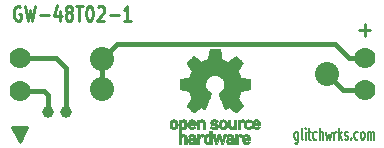
<source format=gbr>
G04 #@! TF.FileFunction,Copper,L1,Top,Signal*
%FSLAX46Y46*%
G04 Gerber Fmt 4.6, Leading zero omitted, Abs format (unit mm)*
G04 Created by KiCad (PCBNEW 4.0.4-stable) date Tue Aug  1 11:33:22 2017*
%MOMM*%
%LPD*%
G01*
G04 APERTURE LIST*
%ADD10C,0.100000*%
%ADD11C,0.158750*%
%ADD12C,0.254000*%
%ADD13C,0.010000*%
%ADD14C,2.032000*%
%ADD15C,1.000760*%
%ADD16C,1.778000*%
%ADD17C,0.406400*%
G04 APERTURE END LIST*
D10*
D11*
X151840594Y-45502286D02*
X151840594Y-46324762D01*
X151810356Y-46421524D01*
X151780118Y-46469905D01*
X151719642Y-46518286D01*
X151628928Y-46518286D01*
X151568451Y-46469905D01*
X151840594Y-46131238D02*
X151780118Y-46179619D01*
X151659166Y-46179619D01*
X151598690Y-46131238D01*
X151568451Y-46082857D01*
X151538213Y-45986095D01*
X151538213Y-45695810D01*
X151568451Y-45599048D01*
X151598690Y-45550667D01*
X151659166Y-45502286D01*
X151780118Y-45502286D01*
X151840594Y-45550667D01*
X152233690Y-46179619D02*
X152173214Y-46131238D01*
X152142975Y-46034476D01*
X152142975Y-45163619D01*
X152475594Y-46179619D02*
X152475594Y-45502286D01*
X152475594Y-45163619D02*
X152445356Y-45212000D01*
X152475594Y-45260381D01*
X152505833Y-45212000D01*
X152475594Y-45163619D01*
X152475594Y-45260381D01*
X152687261Y-45502286D02*
X152929166Y-45502286D01*
X152777975Y-45163619D02*
X152777975Y-46034476D01*
X152808214Y-46131238D01*
X152868690Y-46179619D01*
X152929166Y-46179619D01*
X153412975Y-46131238D02*
X153352499Y-46179619D01*
X153231547Y-46179619D01*
X153171071Y-46131238D01*
X153140832Y-46082857D01*
X153110594Y-45986095D01*
X153110594Y-45695810D01*
X153140832Y-45599048D01*
X153171071Y-45550667D01*
X153231547Y-45502286D01*
X153352499Y-45502286D01*
X153412975Y-45550667D01*
X153685118Y-46179619D02*
X153685118Y-45163619D01*
X153957261Y-46179619D02*
X153957261Y-45647429D01*
X153927023Y-45550667D01*
X153866547Y-45502286D01*
X153775833Y-45502286D01*
X153715357Y-45550667D01*
X153685118Y-45599048D01*
X154199166Y-45502286D02*
X154320119Y-46179619D01*
X154441071Y-45695810D01*
X154562023Y-46179619D01*
X154682976Y-45502286D01*
X154924880Y-46179619D02*
X154924880Y-45502286D01*
X154924880Y-45695810D02*
X154955119Y-45599048D01*
X154985357Y-45550667D01*
X155045833Y-45502286D01*
X155106309Y-45502286D01*
X155317975Y-46179619D02*
X155317975Y-45163619D01*
X155378452Y-45792571D02*
X155559880Y-46179619D01*
X155559880Y-45502286D02*
X155317975Y-45889333D01*
X155801785Y-46131238D02*
X155862262Y-46179619D01*
X155983214Y-46179619D01*
X156043690Y-46131238D01*
X156073928Y-46034476D01*
X156073928Y-45986095D01*
X156043690Y-45889333D01*
X155983214Y-45840952D01*
X155892500Y-45840952D01*
X155832023Y-45792571D01*
X155801785Y-45695810D01*
X155801785Y-45647429D01*
X155832023Y-45550667D01*
X155892500Y-45502286D01*
X155983214Y-45502286D01*
X156043690Y-45550667D01*
X156346071Y-46082857D02*
X156376310Y-46131238D01*
X156346071Y-46179619D01*
X156315833Y-46131238D01*
X156346071Y-46082857D01*
X156346071Y-46179619D01*
X156920595Y-46131238D02*
X156860119Y-46179619D01*
X156739167Y-46179619D01*
X156678691Y-46131238D01*
X156648452Y-46082857D01*
X156618214Y-45986095D01*
X156618214Y-45695810D01*
X156648452Y-45599048D01*
X156678691Y-45550667D01*
X156739167Y-45502286D01*
X156860119Y-45502286D01*
X156920595Y-45550667D01*
X157283453Y-46179619D02*
X157222977Y-46131238D01*
X157192738Y-46082857D01*
X157162500Y-45986095D01*
X157162500Y-45695810D01*
X157192738Y-45599048D01*
X157222977Y-45550667D01*
X157283453Y-45502286D01*
X157374167Y-45502286D01*
X157434643Y-45550667D01*
X157464881Y-45599048D01*
X157495119Y-45695810D01*
X157495119Y-45986095D01*
X157464881Y-46082857D01*
X157434643Y-46131238D01*
X157374167Y-46179619D01*
X157283453Y-46179619D01*
X157767262Y-46179619D02*
X157767262Y-45502286D01*
X157767262Y-45599048D02*
X157797501Y-45550667D01*
X157857977Y-45502286D01*
X157948691Y-45502286D01*
X158009167Y-45550667D01*
X158039405Y-45647429D01*
X158039405Y-46179619D01*
X158039405Y-45647429D02*
X158069643Y-45550667D01*
X158130120Y-45502286D01*
X158220834Y-45502286D01*
X158281310Y-45550667D01*
X158311548Y-45647429D01*
X158311548Y-46179619D01*
D12*
X128336524Y-34925000D02*
X128239762Y-34864524D01*
X128094619Y-34864524D01*
X127949477Y-34925000D01*
X127852715Y-35045952D01*
X127804334Y-35166905D01*
X127755953Y-35408810D01*
X127755953Y-35590238D01*
X127804334Y-35832143D01*
X127852715Y-35953095D01*
X127949477Y-36074048D01*
X128094619Y-36134524D01*
X128191381Y-36134524D01*
X128336524Y-36074048D01*
X128384905Y-36013571D01*
X128384905Y-35590238D01*
X128191381Y-35590238D01*
X128723572Y-34864524D02*
X128965477Y-36134524D01*
X129159000Y-35227381D01*
X129352524Y-36134524D01*
X129594429Y-34864524D01*
X129981477Y-35650714D02*
X130755572Y-35650714D01*
X131674810Y-35287857D02*
X131674810Y-36134524D01*
X131432906Y-34804048D02*
X131191001Y-35711190D01*
X131819953Y-35711190D01*
X132352144Y-35408810D02*
X132255382Y-35348333D01*
X132207001Y-35287857D01*
X132158620Y-35166905D01*
X132158620Y-35106429D01*
X132207001Y-34985476D01*
X132255382Y-34925000D01*
X132352144Y-34864524D01*
X132545667Y-34864524D01*
X132642429Y-34925000D01*
X132690810Y-34985476D01*
X132739191Y-35106429D01*
X132739191Y-35166905D01*
X132690810Y-35287857D01*
X132642429Y-35348333D01*
X132545667Y-35408810D01*
X132352144Y-35408810D01*
X132255382Y-35469286D01*
X132207001Y-35529762D01*
X132158620Y-35650714D01*
X132158620Y-35892619D01*
X132207001Y-36013571D01*
X132255382Y-36074048D01*
X132352144Y-36134524D01*
X132545667Y-36134524D01*
X132642429Y-36074048D01*
X132690810Y-36013571D01*
X132739191Y-35892619D01*
X132739191Y-35650714D01*
X132690810Y-35529762D01*
X132642429Y-35469286D01*
X132545667Y-35408810D01*
X133029477Y-34864524D02*
X133610048Y-34864524D01*
X133319763Y-36134524D02*
X133319763Y-34864524D01*
X134142239Y-34864524D02*
X134239000Y-34864524D01*
X134335762Y-34925000D01*
X134384143Y-34985476D01*
X134432524Y-35106429D01*
X134480905Y-35348333D01*
X134480905Y-35650714D01*
X134432524Y-35892619D01*
X134384143Y-36013571D01*
X134335762Y-36074048D01*
X134239000Y-36134524D01*
X134142239Y-36134524D01*
X134045477Y-36074048D01*
X133997096Y-36013571D01*
X133948715Y-35892619D01*
X133900334Y-35650714D01*
X133900334Y-35348333D01*
X133948715Y-35106429D01*
X133997096Y-34985476D01*
X134045477Y-34925000D01*
X134142239Y-34864524D01*
X134867953Y-34985476D02*
X134916334Y-34925000D01*
X135013096Y-34864524D01*
X135255000Y-34864524D01*
X135351762Y-34925000D01*
X135400143Y-34985476D01*
X135448524Y-35106429D01*
X135448524Y-35227381D01*
X135400143Y-35408810D01*
X134819572Y-36134524D01*
X135448524Y-36134524D01*
X135883953Y-35650714D02*
X136658048Y-35650714D01*
X137674048Y-36134524D02*
X137093477Y-36134524D01*
X137383763Y-36134524D02*
X137383763Y-34864524D01*
X137287001Y-35045952D01*
X137190239Y-35166905D01*
X137093477Y-35227381D01*
X156996191Y-36920714D02*
X157963810Y-36920714D01*
X157480000Y-37404524D02*
X157480000Y-36436905D01*
D13*
G36*
X142243360Y-44497468D02*
X142278592Y-44514874D01*
X142322040Y-44545206D01*
X142353706Y-44578283D01*
X142375394Y-44619817D01*
X142388903Y-44675522D01*
X142396038Y-44751111D01*
X142398600Y-44852296D01*
X142398750Y-44895797D01*
X142398312Y-44991135D01*
X142396496Y-45059271D01*
X142392545Y-45106418D01*
X142385702Y-45138790D01*
X142375211Y-45162600D01*
X142364296Y-45178843D01*
X142294619Y-45247952D01*
X142212566Y-45289521D01*
X142124050Y-45302023D01*
X142034981Y-45283934D01*
X142006763Y-45271142D01*
X141939210Y-45235931D01*
X141939210Y-45787700D01*
X141988512Y-45762205D01*
X142053473Y-45742480D01*
X142133320Y-45737427D01*
X142213052Y-45746756D01*
X142273265Y-45767714D01*
X142323208Y-45807627D01*
X142365881Y-45864741D01*
X142369090Y-45870605D01*
X142382622Y-45898227D01*
X142392505Y-45926068D01*
X142399309Y-45959794D01*
X142403601Y-46005071D01*
X142405951Y-46067562D01*
X142406928Y-46152935D01*
X142407105Y-46249010D01*
X142407105Y-46555526D01*
X142223289Y-46555526D01*
X142223289Y-45990339D01*
X142171875Y-45947077D01*
X142118466Y-45912472D01*
X142067888Y-45906180D01*
X142017030Y-45922372D01*
X141989925Y-45938227D01*
X141969751Y-45960810D01*
X141955403Y-45994940D01*
X141945776Y-46045434D01*
X141939763Y-46117111D01*
X141936260Y-46214788D01*
X141935026Y-46279802D01*
X141930855Y-46547171D01*
X141843125Y-46552222D01*
X141755394Y-46557273D01*
X141755394Y-44898101D01*
X141939210Y-44898101D01*
X141943896Y-44990600D01*
X141959688Y-45054809D01*
X141989183Y-45094759D01*
X142034980Y-45114480D01*
X142081250Y-45118421D01*
X142133628Y-45113892D01*
X142168390Y-45096069D01*
X142190128Y-45072519D01*
X142207240Y-45047189D01*
X142217427Y-45018969D01*
X142221960Y-44979431D01*
X142222109Y-44920142D01*
X142220584Y-44870498D01*
X142217081Y-44795710D01*
X142211867Y-44746611D01*
X142203087Y-44715467D01*
X142188886Y-44694545D01*
X142175484Y-44682452D01*
X142119487Y-44656081D01*
X142053211Y-44651822D01*
X142015156Y-44660906D01*
X141977477Y-44693196D01*
X141952519Y-44756006D01*
X141940422Y-44848894D01*
X141939210Y-44898101D01*
X141755394Y-44898101D01*
X141755394Y-44483421D01*
X141847302Y-44483421D01*
X141902483Y-44485603D01*
X141930952Y-44493351D01*
X141939206Y-44508468D01*
X141939210Y-44508916D01*
X141943040Y-44523720D01*
X141959933Y-44522039D01*
X141993519Y-44505772D01*
X142071778Y-44480887D01*
X142159827Y-44478271D01*
X142243360Y-44497468D01*
X142243360Y-44497468D01*
G37*
X142243360Y-44497468D02*
X142278592Y-44514874D01*
X142322040Y-44545206D01*
X142353706Y-44578283D01*
X142375394Y-44619817D01*
X142388903Y-44675522D01*
X142396038Y-44751111D01*
X142398600Y-44852296D01*
X142398750Y-44895797D01*
X142398312Y-44991135D01*
X142396496Y-45059271D01*
X142392545Y-45106418D01*
X142385702Y-45138790D01*
X142375211Y-45162600D01*
X142364296Y-45178843D01*
X142294619Y-45247952D01*
X142212566Y-45289521D01*
X142124050Y-45302023D01*
X142034981Y-45283934D01*
X142006763Y-45271142D01*
X141939210Y-45235931D01*
X141939210Y-45787700D01*
X141988512Y-45762205D01*
X142053473Y-45742480D01*
X142133320Y-45737427D01*
X142213052Y-45746756D01*
X142273265Y-45767714D01*
X142323208Y-45807627D01*
X142365881Y-45864741D01*
X142369090Y-45870605D01*
X142382622Y-45898227D01*
X142392505Y-45926068D01*
X142399309Y-45959794D01*
X142403601Y-46005071D01*
X142405951Y-46067562D01*
X142406928Y-46152935D01*
X142407105Y-46249010D01*
X142407105Y-46555526D01*
X142223289Y-46555526D01*
X142223289Y-45990339D01*
X142171875Y-45947077D01*
X142118466Y-45912472D01*
X142067888Y-45906180D01*
X142017030Y-45922372D01*
X141989925Y-45938227D01*
X141969751Y-45960810D01*
X141955403Y-45994940D01*
X141945776Y-46045434D01*
X141939763Y-46117111D01*
X141936260Y-46214788D01*
X141935026Y-46279802D01*
X141930855Y-46547171D01*
X141843125Y-46552222D01*
X141755394Y-46557273D01*
X141755394Y-44898101D01*
X141939210Y-44898101D01*
X141943896Y-44990600D01*
X141959688Y-45054809D01*
X141989183Y-45094759D01*
X142034980Y-45114480D01*
X142081250Y-45118421D01*
X142133628Y-45113892D01*
X142168390Y-45096069D01*
X142190128Y-45072519D01*
X142207240Y-45047189D01*
X142217427Y-45018969D01*
X142221960Y-44979431D01*
X142222109Y-44920142D01*
X142220584Y-44870498D01*
X142217081Y-44795710D01*
X142211867Y-44746611D01*
X142203087Y-44715467D01*
X142188886Y-44694545D01*
X142175484Y-44682452D01*
X142119487Y-44656081D01*
X142053211Y-44651822D01*
X142015156Y-44660906D01*
X141977477Y-44693196D01*
X141952519Y-44756006D01*
X141940422Y-44848894D01*
X141939210Y-44898101D01*
X141755394Y-44898101D01*
X141755394Y-44483421D01*
X141847302Y-44483421D01*
X141902483Y-44485603D01*
X141930952Y-44493351D01*
X141939206Y-44508468D01*
X141939210Y-44508916D01*
X141943040Y-44523720D01*
X141959933Y-44522039D01*
X141993519Y-44505772D01*
X142071778Y-44480887D01*
X142159827Y-44478271D01*
X142243360Y-44497468D01*
G36*
X142940457Y-45743184D02*
X143019070Y-45764160D01*
X143078916Y-45802180D01*
X143121147Y-45851978D01*
X143134275Y-45873230D01*
X143143968Y-45895492D01*
X143150744Y-45923970D01*
X143155123Y-45963871D01*
X143157624Y-46020401D01*
X143158768Y-46098767D01*
X143159072Y-46204176D01*
X143159078Y-46232142D01*
X143159078Y-46555526D01*
X143078868Y-46555526D01*
X143027706Y-46551943D01*
X142989877Y-46542866D01*
X142980399Y-46537268D01*
X142954488Y-46527606D01*
X142928024Y-46537268D01*
X142884452Y-46549330D01*
X142821160Y-46554185D01*
X142751010Y-46552078D01*
X142686860Y-46543256D01*
X142649407Y-46531937D01*
X142576933Y-46485412D01*
X142531640Y-46420846D01*
X142511278Y-46335000D01*
X142511088Y-46332796D01*
X142512875Y-46294713D01*
X142674473Y-46294713D01*
X142688601Y-46338030D01*
X142711612Y-46362408D01*
X142757804Y-46380845D01*
X142818775Y-46388205D01*
X142880949Y-46384583D01*
X142930751Y-46370074D01*
X142944703Y-46360765D01*
X142969085Y-46317753D01*
X142975263Y-46268857D01*
X142975263Y-46204605D01*
X142882818Y-46204605D01*
X142794995Y-46211366D01*
X142728418Y-46230520D01*
X142687002Y-46260376D01*
X142674473Y-46294713D01*
X142512875Y-46294713D01*
X142515490Y-46239004D01*
X142546424Y-46164847D01*
X142604581Y-46108767D01*
X142612620Y-46103665D01*
X142647163Y-46087055D01*
X142689918Y-46076996D01*
X142749686Y-46072107D01*
X142820690Y-46070983D01*
X142975263Y-46070921D01*
X142975263Y-46006125D01*
X142968706Y-45955850D01*
X142951975Y-45922169D01*
X142950016Y-45920376D01*
X142912783Y-45905642D01*
X142856580Y-45899931D01*
X142794467Y-45902737D01*
X142739510Y-45913556D01*
X142706899Y-45929782D01*
X142689228Y-45942780D01*
X142670569Y-45945262D01*
X142644819Y-45934613D01*
X142605873Y-45908218D01*
X142547630Y-45863465D01*
X142542284Y-45859273D01*
X142545023Y-45843760D01*
X142567876Y-45817960D01*
X142602609Y-45789289D01*
X142640990Y-45765166D01*
X142653048Y-45759470D01*
X142697034Y-45748103D01*
X142761487Y-45739995D01*
X142833497Y-45736743D01*
X142836864Y-45736736D01*
X142940457Y-45743184D01*
X142940457Y-45743184D01*
G37*
X142940457Y-45743184D02*
X143019070Y-45764160D01*
X143078916Y-45802180D01*
X143121147Y-45851978D01*
X143134275Y-45873230D01*
X143143968Y-45895492D01*
X143150744Y-45923970D01*
X143155123Y-45963871D01*
X143157624Y-46020401D01*
X143158768Y-46098767D01*
X143159072Y-46204176D01*
X143159078Y-46232142D01*
X143159078Y-46555526D01*
X143078868Y-46555526D01*
X143027706Y-46551943D01*
X142989877Y-46542866D01*
X142980399Y-46537268D01*
X142954488Y-46527606D01*
X142928024Y-46537268D01*
X142884452Y-46549330D01*
X142821160Y-46554185D01*
X142751010Y-46552078D01*
X142686860Y-46543256D01*
X142649407Y-46531937D01*
X142576933Y-46485412D01*
X142531640Y-46420846D01*
X142511278Y-46335000D01*
X142511088Y-46332796D01*
X142512875Y-46294713D01*
X142674473Y-46294713D01*
X142688601Y-46338030D01*
X142711612Y-46362408D01*
X142757804Y-46380845D01*
X142818775Y-46388205D01*
X142880949Y-46384583D01*
X142930751Y-46370074D01*
X142944703Y-46360765D01*
X142969085Y-46317753D01*
X142975263Y-46268857D01*
X142975263Y-46204605D01*
X142882818Y-46204605D01*
X142794995Y-46211366D01*
X142728418Y-46230520D01*
X142687002Y-46260376D01*
X142674473Y-46294713D01*
X142512875Y-46294713D01*
X142515490Y-46239004D01*
X142546424Y-46164847D01*
X142604581Y-46108767D01*
X142612620Y-46103665D01*
X142647163Y-46087055D01*
X142689918Y-46076996D01*
X142749686Y-46072107D01*
X142820690Y-46070983D01*
X142975263Y-46070921D01*
X142975263Y-46006125D01*
X142968706Y-45955850D01*
X142951975Y-45922169D01*
X142950016Y-45920376D01*
X142912783Y-45905642D01*
X142856580Y-45899931D01*
X142794467Y-45902737D01*
X142739510Y-45913556D01*
X142706899Y-45929782D01*
X142689228Y-45942780D01*
X142670569Y-45945262D01*
X142644819Y-45934613D01*
X142605873Y-45908218D01*
X142547630Y-45863465D01*
X142542284Y-45859273D01*
X142545023Y-45843760D01*
X142567876Y-45817960D01*
X142602609Y-45789289D01*
X142640990Y-45765166D01*
X142653048Y-45759470D01*
X142697034Y-45748103D01*
X142761487Y-45739995D01*
X142833497Y-45736743D01*
X142836864Y-45736736D01*
X142940457Y-45743184D01*
G36*
X143459881Y-45738486D02*
X143484888Y-45745982D01*
X143492950Y-45762451D01*
X143493289Y-45769886D01*
X143494736Y-45790594D01*
X143504698Y-45793845D01*
X143531612Y-45779648D01*
X143547598Y-45769948D01*
X143598033Y-45749175D01*
X143658272Y-45738904D01*
X143721434Y-45738114D01*
X143780637Y-45745786D01*
X143829002Y-45760898D01*
X143859646Y-45782432D01*
X143865689Y-45809366D01*
X143862639Y-45816660D01*
X143840406Y-45846937D01*
X143805930Y-45884175D01*
X143799694Y-45890195D01*
X143766833Y-45917875D01*
X143738480Y-45926818D01*
X143698827Y-45920576D01*
X143682942Y-45916429D01*
X143633509Y-45906467D01*
X143598752Y-45910947D01*
X143569400Y-45926746D01*
X143542513Y-45947949D01*
X143522710Y-45974614D01*
X143508948Y-46011827D01*
X143500184Y-46064673D01*
X143495374Y-46138237D01*
X143493474Y-46237605D01*
X143493289Y-46297601D01*
X143493289Y-46555526D01*
X143326184Y-46555526D01*
X143326184Y-45736710D01*
X143409736Y-45736710D01*
X143459881Y-45738486D01*
X143459881Y-45738486D01*
G37*
X143459881Y-45738486D02*
X143484888Y-45745982D01*
X143492950Y-45762451D01*
X143493289Y-45769886D01*
X143494736Y-45790594D01*
X143504698Y-45793845D01*
X143531612Y-45779648D01*
X143547598Y-45769948D01*
X143598033Y-45749175D01*
X143658272Y-45738904D01*
X143721434Y-45738114D01*
X143780637Y-45745786D01*
X143829002Y-45760898D01*
X143859646Y-45782432D01*
X143865689Y-45809366D01*
X143862639Y-45816660D01*
X143840406Y-45846937D01*
X143805930Y-45884175D01*
X143799694Y-45890195D01*
X143766833Y-45917875D01*
X143738480Y-45926818D01*
X143698827Y-45920576D01*
X143682942Y-45916429D01*
X143633509Y-45906467D01*
X143598752Y-45910947D01*
X143569400Y-45926746D01*
X143542513Y-45947949D01*
X143522710Y-45974614D01*
X143508948Y-46011827D01*
X143500184Y-46064673D01*
X143495374Y-46138237D01*
X143493474Y-46237605D01*
X143493289Y-46297601D01*
X143493289Y-46555526D01*
X143326184Y-46555526D01*
X143326184Y-45736710D01*
X143409736Y-45736710D01*
X143459881Y-45738486D01*
G36*
X144512631Y-46555526D02*
X144420723Y-46555526D01*
X144367377Y-46553962D01*
X144339593Y-46547485D01*
X144329590Y-46533418D01*
X144328815Y-46523906D01*
X144327128Y-46504832D01*
X144316490Y-46501174D01*
X144288535Y-46512932D01*
X144266795Y-46523906D01*
X144183332Y-46549911D01*
X144092604Y-46551416D01*
X144018842Y-46532021D01*
X143950154Y-46485165D01*
X143897794Y-46416004D01*
X143869122Y-46334427D01*
X143868392Y-46329866D01*
X143864132Y-46280101D01*
X143862014Y-46208659D01*
X143862184Y-46154626D01*
X144044720Y-46154626D01*
X144048949Y-46226441D01*
X144058568Y-46285634D01*
X144071590Y-46319060D01*
X144120856Y-46364740D01*
X144179350Y-46381115D01*
X144239671Y-46367873D01*
X144291217Y-46328373D01*
X144310738Y-46301807D01*
X144322152Y-46270106D01*
X144327498Y-46223832D01*
X144328815Y-46154328D01*
X144326458Y-46085499D01*
X144320233Y-46025026D01*
X144311408Y-45984556D01*
X144309937Y-45980929D01*
X144274347Y-45937802D01*
X144222400Y-45914124D01*
X144164278Y-45910301D01*
X144110160Y-45926738D01*
X144070226Y-45963840D01*
X144066083Y-45971222D01*
X144053116Y-46016239D01*
X144046052Y-46080967D01*
X144044720Y-46154626D01*
X143862184Y-46154626D01*
X143862271Y-46127230D01*
X143863472Y-46083405D01*
X143871645Y-45974988D01*
X143888630Y-45893588D01*
X143916887Y-45833412D01*
X143958872Y-45788666D01*
X143999632Y-45762400D01*
X144056581Y-45743935D01*
X144127411Y-45737602D01*
X144199941Y-45742760D01*
X144261986Y-45758769D01*
X144294768Y-45777920D01*
X144328815Y-45808732D01*
X144328815Y-45419210D01*
X144512631Y-45419210D01*
X144512631Y-46555526D01*
X144512631Y-46555526D01*
G37*
X144512631Y-46555526D02*
X144420723Y-46555526D01*
X144367377Y-46553962D01*
X144339593Y-46547485D01*
X144329590Y-46533418D01*
X144328815Y-46523906D01*
X144327128Y-46504832D01*
X144316490Y-46501174D01*
X144288535Y-46512932D01*
X144266795Y-46523906D01*
X144183332Y-46549911D01*
X144092604Y-46551416D01*
X144018842Y-46532021D01*
X143950154Y-46485165D01*
X143897794Y-46416004D01*
X143869122Y-46334427D01*
X143868392Y-46329866D01*
X143864132Y-46280101D01*
X143862014Y-46208659D01*
X143862184Y-46154626D01*
X144044720Y-46154626D01*
X144048949Y-46226441D01*
X144058568Y-46285634D01*
X144071590Y-46319060D01*
X144120856Y-46364740D01*
X144179350Y-46381115D01*
X144239671Y-46367873D01*
X144291217Y-46328373D01*
X144310738Y-46301807D01*
X144322152Y-46270106D01*
X144327498Y-46223832D01*
X144328815Y-46154328D01*
X144326458Y-46085499D01*
X144320233Y-46025026D01*
X144311408Y-45984556D01*
X144309937Y-45980929D01*
X144274347Y-45937802D01*
X144222400Y-45914124D01*
X144164278Y-45910301D01*
X144110160Y-45926738D01*
X144070226Y-45963840D01*
X144066083Y-45971222D01*
X144053116Y-46016239D01*
X144046052Y-46080967D01*
X144044720Y-46154626D01*
X143862184Y-46154626D01*
X143862271Y-46127230D01*
X143863472Y-46083405D01*
X143871645Y-45974988D01*
X143888630Y-45893588D01*
X143916887Y-45833412D01*
X143958872Y-45788666D01*
X143999632Y-45762400D01*
X144056581Y-45743935D01*
X144127411Y-45737602D01*
X144199941Y-45742760D01*
X144261986Y-45758769D01*
X144294768Y-45777920D01*
X144328815Y-45808732D01*
X144328815Y-45419210D01*
X144512631Y-45419210D01*
X144512631Y-46555526D01*
G36*
X145154130Y-45740104D02*
X145220220Y-45745066D01*
X145306626Y-46004079D01*
X145393031Y-46263092D01*
X145420124Y-46171184D01*
X145436428Y-46114384D01*
X145457875Y-46037625D01*
X145481035Y-45953251D01*
X145493280Y-45907993D01*
X145539344Y-45736710D01*
X145729387Y-45736710D01*
X145672582Y-45916349D01*
X145644607Y-46004704D01*
X145610813Y-46111281D01*
X145575520Y-46222454D01*
X145544013Y-46321579D01*
X145472250Y-46547171D01*
X145317286Y-46557253D01*
X145275270Y-46418528D01*
X145249359Y-46332351D01*
X145221083Y-46237347D01*
X145196369Y-46153441D01*
X145195394Y-46150102D01*
X145176935Y-46093248D01*
X145160649Y-46054456D01*
X145149242Y-46039787D01*
X145146898Y-46041483D01*
X145138671Y-46064225D01*
X145123038Y-46112940D01*
X145101904Y-46181502D01*
X145077170Y-46263785D01*
X145063787Y-46309046D01*
X144991311Y-46555526D01*
X144837495Y-46555526D01*
X144714531Y-46167006D01*
X144679988Y-46058022D01*
X144648521Y-45959048D01*
X144621616Y-45874736D01*
X144600759Y-45809734D01*
X144587438Y-45768692D01*
X144583388Y-45756701D01*
X144586594Y-45744423D01*
X144611765Y-45739046D01*
X144664146Y-45739584D01*
X144672345Y-45739990D01*
X144769482Y-45745066D01*
X144833100Y-45979013D01*
X144856484Y-46064333D01*
X144877381Y-46139335D01*
X144893951Y-46197507D01*
X144904354Y-46232337D01*
X144906276Y-46238016D01*
X144914241Y-46231486D01*
X144930304Y-46197654D01*
X144952621Y-46141127D01*
X144979345Y-46066510D01*
X145001937Y-45999107D01*
X145088041Y-45735143D01*
X145154130Y-45740104D01*
X145154130Y-45740104D01*
G37*
X145154130Y-45740104D02*
X145220220Y-45745066D01*
X145306626Y-46004079D01*
X145393031Y-46263092D01*
X145420124Y-46171184D01*
X145436428Y-46114384D01*
X145457875Y-46037625D01*
X145481035Y-45953251D01*
X145493280Y-45907993D01*
X145539344Y-45736710D01*
X145729387Y-45736710D01*
X145672582Y-45916349D01*
X145644607Y-46004704D01*
X145610813Y-46111281D01*
X145575520Y-46222454D01*
X145544013Y-46321579D01*
X145472250Y-46547171D01*
X145317286Y-46557253D01*
X145275270Y-46418528D01*
X145249359Y-46332351D01*
X145221083Y-46237347D01*
X145196369Y-46153441D01*
X145195394Y-46150102D01*
X145176935Y-46093248D01*
X145160649Y-46054456D01*
X145149242Y-46039787D01*
X145146898Y-46041483D01*
X145138671Y-46064225D01*
X145123038Y-46112940D01*
X145101904Y-46181502D01*
X145077170Y-46263785D01*
X145063787Y-46309046D01*
X144991311Y-46555526D01*
X144837495Y-46555526D01*
X144714531Y-46167006D01*
X144679988Y-46058022D01*
X144648521Y-45959048D01*
X144621616Y-45874736D01*
X144600759Y-45809734D01*
X144587438Y-45768692D01*
X144583388Y-45756701D01*
X144586594Y-45744423D01*
X144611765Y-45739046D01*
X144664146Y-45739584D01*
X144672345Y-45739990D01*
X144769482Y-45745066D01*
X144833100Y-45979013D01*
X144856484Y-46064333D01*
X144877381Y-46139335D01*
X144893951Y-46197507D01*
X144904354Y-46232337D01*
X144906276Y-46238016D01*
X144914241Y-46231486D01*
X144930304Y-46197654D01*
X144952621Y-46141127D01*
X144979345Y-46066510D01*
X145001937Y-45999107D01*
X145088041Y-45735143D01*
X145154130Y-45740104D01*
G36*
X146159992Y-45741673D02*
X146230427Y-45758780D01*
X146250787Y-45767844D01*
X146290253Y-45791583D01*
X146320541Y-45818321D01*
X146342952Y-45852699D01*
X146358786Y-45899360D01*
X146369343Y-45962946D01*
X146375924Y-46048099D01*
X146379828Y-46159462D01*
X146381310Y-46233849D01*
X146386765Y-46555526D01*
X146293580Y-46555526D01*
X146237047Y-46553156D01*
X146207922Y-46545055D01*
X146200394Y-46531451D01*
X146196420Y-46516741D01*
X146178652Y-46519554D01*
X146154440Y-46531348D01*
X146093828Y-46549427D01*
X146015929Y-46554299D01*
X145933995Y-46546330D01*
X145861281Y-46525889D01*
X145854759Y-46523051D01*
X145788302Y-46476365D01*
X145744491Y-46411464D01*
X145724332Y-46335600D01*
X145725872Y-46308344D01*
X145890345Y-46308344D01*
X145904837Y-46345024D01*
X145947805Y-46371309D01*
X146017129Y-46385417D01*
X146054177Y-46387290D01*
X146115919Y-46382494D01*
X146156960Y-46363858D01*
X146166973Y-46355000D01*
X146194100Y-46306806D01*
X146200394Y-46263092D01*
X146200394Y-46204605D01*
X146118930Y-46204605D01*
X146024234Y-46209432D01*
X145957813Y-46224613D01*
X145915846Y-46251200D01*
X145906449Y-46263052D01*
X145890345Y-46308344D01*
X145725872Y-46308344D01*
X145728829Y-46256026D01*
X145758985Y-46179995D01*
X145800131Y-46128612D01*
X145825052Y-46106397D01*
X145849448Y-46091798D01*
X145881191Y-46082897D01*
X145928152Y-46077775D01*
X145998204Y-46074515D01*
X146025990Y-46073577D01*
X146200394Y-46067879D01*
X146200138Y-46015091D01*
X146193384Y-45959603D01*
X146168964Y-45926052D01*
X146119630Y-45904618D01*
X146118306Y-45904236D01*
X146048360Y-45895808D01*
X145979914Y-45906816D01*
X145929047Y-45933585D01*
X145908637Y-45946803D01*
X145886654Y-45944974D01*
X145852826Y-45925824D01*
X145832961Y-45912308D01*
X145794106Y-45883432D01*
X145770038Y-45861786D01*
X145766176Y-45855589D01*
X145782079Y-45823519D01*
X145829065Y-45785219D01*
X145849473Y-45772297D01*
X145908143Y-45750041D01*
X145987212Y-45737432D01*
X146075041Y-45734600D01*
X146159992Y-45741673D01*
X146159992Y-45741673D01*
G37*
X146159992Y-45741673D02*
X146230427Y-45758780D01*
X146250787Y-45767844D01*
X146290253Y-45791583D01*
X146320541Y-45818321D01*
X146342952Y-45852699D01*
X146358786Y-45899360D01*
X146369343Y-45962946D01*
X146375924Y-46048099D01*
X146379828Y-46159462D01*
X146381310Y-46233849D01*
X146386765Y-46555526D01*
X146293580Y-46555526D01*
X146237047Y-46553156D01*
X146207922Y-46545055D01*
X146200394Y-46531451D01*
X146196420Y-46516741D01*
X146178652Y-46519554D01*
X146154440Y-46531348D01*
X146093828Y-46549427D01*
X146015929Y-46554299D01*
X145933995Y-46546330D01*
X145861281Y-46525889D01*
X145854759Y-46523051D01*
X145788302Y-46476365D01*
X145744491Y-46411464D01*
X145724332Y-46335600D01*
X145725872Y-46308344D01*
X145890345Y-46308344D01*
X145904837Y-46345024D01*
X145947805Y-46371309D01*
X146017129Y-46385417D01*
X146054177Y-46387290D01*
X146115919Y-46382494D01*
X146156960Y-46363858D01*
X146166973Y-46355000D01*
X146194100Y-46306806D01*
X146200394Y-46263092D01*
X146200394Y-46204605D01*
X146118930Y-46204605D01*
X146024234Y-46209432D01*
X145957813Y-46224613D01*
X145915846Y-46251200D01*
X145906449Y-46263052D01*
X145890345Y-46308344D01*
X145725872Y-46308344D01*
X145728829Y-46256026D01*
X145758985Y-46179995D01*
X145800131Y-46128612D01*
X145825052Y-46106397D01*
X145849448Y-46091798D01*
X145881191Y-46082897D01*
X145928152Y-46077775D01*
X145998204Y-46074515D01*
X146025990Y-46073577D01*
X146200394Y-46067879D01*
X146200138Y-46015091D01*
X146193384Y-45959603D01*
X146168964Y-45926052D01*
X146119630Y-45904618D01*
X146118306Y-45904236D01*
X146048360Y-45895808D01*
X145979914Y-45906816D01*
X145929047Y-45933585D01*
X145908637Y-45946803D01*
X145886654Y-45944974D01*
X145852826Y-45925824D01*
X145832961Y-45912308D01*
X145794106Y-45883432D01*
X145770038Y-45861786D01*
X145766176Y-45855589D01*
X145782079Y-45823519D01*
X145829065Y-45785219D01*
X145849473Y-45772297D01*
X145908143Y-45750041D01*
X145987212Y-45737432D01*
X146075041Y-45734600D01*
X146159992Y-45741673D01*
G36*
X146953167Y-45736447D02*
X147017408Y-45749112D01*
X147053980Y-45767864D01*
X147092453Y-45799017D01*
X147037717Y-45868127D01*
X147003969Y-45909979D01*
X146981053Y-45930398D01*
X146958279Y-45933517D01*
X146924956Y-45923472D01*
X146909314Y-45917789D01*
X146845542Y-45909404D01*
X146787140Y-45927378D01*
X146744264Y-45967982D01*
X146737299Y-45980929D01*
X146729713Y-46015224D01*
X146723859Y-46078427D01*
X146720011Y-46166060D01*
X146718443Y-46273640D01*
X146718421Y-46288944D01*
X146718421Y-46555526D01*
X146534605Y-46555526D01*
X146534605Y-45736710D01*
X146626513Y-45736710D01*
X146679507Y-45738094D01*
X146707115Y-45744252D01*
X146717324Y-45758194D01*
X146718421Y-45771344D01*
X146718421Y-45805978D01*
X146762450Y-45771344D01*
X146812937Y-45747716D01*
X146880760Y-45736033D01*
X146953167Y-45736447D01*
X146953167Y-45736447D01*
G37*
X146953167Y-45736447D02*
X147017408Y-45749112D01*
X147053980Y-45767864D01*
X147092453Y-45799017D01*
X147037717Y-45868127D01*
X147003969Y-45909979D01*
X146981053Y-45930398D01*
X146958279Y-45933517D01*
X146924956Y-45923472D01*
X146909314Y-45917789D01*
X146845542Y-45909404D01*
X146787140Y-45927378D01*
X146744264Y-45967982D01*
X146737299Y-45980929D01*
X146729713Y-46015224D01*
X146723859Y-46078427D01*
X146720011Y-46166060D01*
X146718443Y-46273640D01*
X146718421Y-46288944D01*
X146718421Y-46555526D01*
X146534605Y-46555526D01*
X146534605Y-45736710D01*
X146626513Y-45736710D01*
X146679507Y-45738094D01*
X146707115Y-45744252D01*
X146717324Y-45758194D01*
X146718421Y-45771344D01*
X146718421Y-45805978D01*
X146762450Y-45771344D01*
X146812937Y-45747716D01*
X146880760Y-45736033D01*
X146953167Y-45736447D01*
G36*
X147481193Y-45741078D02*
X147561068Y-45761845D01*
X147627962Y-45804705D01*
X147660351Y-45836723D01*
X147713445Y-45912413D01*
X147743873Y-46000216D01*
X147754327Y-46108150D01*
X147754380Y-46116875D01*
X147754473Y-46204605D01*
X147249534Y-46204605D01*
X147260298Y-46250559D01*
X147279732Y-46292178D01*
X147313745Y-46335544D01*
X147320860Y-46342467D01*
X147382003Y-46379935D01*
X147451729Y-46386289D01*
X147531987Y-46361638D01*
X147545592Y-46355000D01*
X147587319Y-46334819D01*
X147615268Y-46323321D01*
X147620145Y-46322258D01*
X147637168Y-46332583D01*
X147669633Y-46357845D01*
X147686114Y-46371650D01*
X147720264Y-46403361D01*
X147731478Y-46424299D01*
X147723695Y-46443560D01*
X147719535Y-46448827D01*
X147691357Y-46471878D01*
X147644862Y-46499892D01*
X147612434Y-46516246D01*
X147520385Y-46545059D01*
X147418476Y-46554395D01*
X147321963Y-46543332D01*
X147294934Y-46535412D01*
X147211276Y-46490581D01*
X147149266Y-46421598D01*
X147108545Y-46327794D01*
X147088755Y-46208498D01*
X147086582Y-46146118D01*
X147092926Y-46055298D01*
X147253157Y-46055298D01*
X147268655Y-46062012D01*
X147310312Y-46067280D01*
X147370876Y-46070389D01*
X147411907Y-46070921D01*
X147485711Y-46070408D01*
X147532293Y-46068006D01*
X147557848Y-46062422D01*
X147568569Y-46052361D01*
X147570657Y-46037763D01*
X147556331Y-45992796D01*
X147520262Y-45948353D01*
X147472815Y-45914242D01*
X147425349Y-45900288D01*
X147360879Y-45912666D01*
X147305070Y-45948452D01*
X147266374Y-46000033D01*
X147253157Y-46055298D01*
X147092926Y-46055298D01*
X147095821Y-46013866D01*
X147124336Y-45908498D01*
X147172729Y-45829178D01*
X147241604Y-45775071D01*
X147331565Y-45745343D01*
X147380300Y-45739618D01*
X147481193Y-45741078D01*
X147481193Y-45741078D01*
G37*
X147481193Y-45741078D02*
X147561068Y-45761845D01*
X147627962Y-45804705D01*
X147660351Y-45836723D01*
X147713445Y-45912413D01*
X147743873Y-46000216D01*
X147754327Y-46108150D01*
X147754380Y-46116875D01*
X147754473Y-46204605D01*
X147249534Y-46204605D01*
X147260298Y-46250559D01*
X147279732Y-46292178D01*
X147313745Y-46335544D01*
X147320860Y-46342467D01*
X147382003Y-46379935D01*
X147451729Y-46386289D01*
X147531987Y-46361638D01*
X147545592Y-46355000D01*
X147587319Y-46334819D01*
X147615268Y-46323321D01*
X147620145Y-46322258D01*
X147637168Y-46332583D01*
X147669633Y-46357845D01*
X147686114Y-46371650D01*
X147720264Y-46403361D01*
X147731478Y-46424299D01*
X147723695Y-46443560D01*
X147719535Y-46448827D01*
X147691357Y-46471878D01*
X147644862Y-46499892D01*
X147612434Y-46516246D01*
X147520385Y-46545059D01*
X147418476Y-46554395D01*
X147321963Y-46543332D01*
X147294934Y-46535412D01*
X147211276Y-46490581D01*
X147149266Y-46421598D01*
X147108545Y-46327794D01*
X147088755Y-46208498D01*
X147086582Y-46146118D01*
X147092926Y-46055298D01*
X147253157Y-46055298D01*
X147268655Y-46062012D01*
X147310312Y-46067280D01*
X147370876Y-46070389D01*
X147411907Y-46070921D01*
X147485711Y-46070408D01*
X147532293Y-46068006D01*
X147557848Y-46062422D01*
X147568569Y-46052361D01*
X147570657Y-46037763D01*
X147556331Y-45992796D01*
X147520262Y-45948353D01*
X147472815Y-45914242D01*
X147425349Y-45900288D01*
X147360879Y-45912666D01*
X147305070Y-45948452D01*
X147266374Y-46000033D01*
X147253157Y-46055298D01*
X147092926Y-46055298D01*
X147095821Y-46013866D01*
X147124336Y-45908498D01*
X147172729Y-45829178D01*
X147241604Y-45775071D01*
X147331565Y-45745343D01*
X147380300Y-45739618D01*
X147481193Y-45741078D01*
G36*
X141406784Y-44492104D02*
X141494205Y-44530754D01*
X141560570Y-44595290D01*
X141605976Y-44685812D01*
X141630518Y-44802418D01*
X141632277Y-44820624D01*
X141633656Y-44948984D01*
X141615784Y-45061496D01*
X141579750Y-45152688D01*
X141560455Y-45182022D01*
X141493245Y-45244106D01*
X141407650Y-45284316D01*
X141311890Y-45301003D01*
X141214187Y-45292517D01*
X141139917Y-45266380D01*
X141076047Y-45222335D01*
X141023846Y-45164587D01*
X141022943Y-45163236D01*
X141001744Y-45127593D01*
X140987967Y-45091752D01*
X140979624Y-45046519D01*
X140974727Y-44982701D01*
X140972569Y-44930368D01*
X140971671Y-44882910D01*
X141138743Y-44882910D01*
X141140376Y-44930154D01*
X141146304Y-44993046D01*
X141156761Y-45033407D01*
X141175619Y-45062122D01*
X141193281Y-45078896D01*
X141255894Y-45114016D01*
X141321408Y-45118710D01*
X141382421Y-45093440D01*
X141412928Y-45065124D01*
X141434911Y-45036589D01*
X141447769Y-45009284D01*
X141453412Y-44973750D01*
X141453751Y-44920524D01*
X141452012Y-44871506D01*
X141448271Y-44801482D01*
X141442341Y-44756064D01*
X141431653Y-44726440D01*
X141413639Y-44703797D01*
X141399363Y-44690855D01*
X141339651Y-44656860D01*
X141275234Y-44655165D01*
X141221219Y-44675301D01*
X141175140Y-44717352D01*
X141147689Y-44786428D01*
X141138743Y-44882910D01*
X140971671Y-44882910D01*
X140970599Y-44826299D01*
X140973964Y-44748468D01*
X140984045Y-44689930D01*
X141002226Y-44643737D01*
X141029890Y-44602942D01*
X141040146Y-44590828D01*
X141104278Y-44530474D01*
X141173066Y-44495220D01*
X141257189Y-44480450D01*
X141298209Y-44479243D01*
X141406784Y-44492104D01*
X141406784Y-44492104D01*
G37*
X141406784Y-44492104D02*
X141494205Y-44530754D01*
X141560570Y-44595290D01*
X141605976Y-44685812D01*
X141630518Y-44802418D01*
X141632277Y-44820624D01*
X141633656Y-44948984D01*
X141615784Y-45061496D01*
X141579750Y-45152688D01*
X141560455Y-45182022D01*
X141493245Y-45244106D01*
X141407650Y-45284316D01*
X141311890Y-45301003D01*
X141214187Y-45292517D01*
X141139917Y-45266380D01*
X141076047Y-45222335D01*
X141023846Y-45164587D01*
X141022943Y-45163236D01*
X141001744Y-45127593D01*
X140987967Y-45091752D01*
X140979624Y-45046519D01*
X140974727Y-44982701D01*
X140972569Y-44930368D01*
X140971671Y-44882910D01*
X141138743Y-44882910D01*
X141140376Y-44930154D01*
X141146304Y-44993046D01*
X141156761Y-45033407D01*
X141175619Y-45062122D01*
X141193281Y-45078896D01*
X141255894Y-45114016D01*
X141321408Y-45118710D01*
X141382421Y-45093440D01*
X141412928Y-45065124D01*
X141434911Y-45036589D01*
X141447769Y-45009284D01*
X141453412Y-44973750D01*
X141453751Y-44920524D01*
X141452012Y-44871506D01*
X141448271Y-44801482D01*
X141442341Y-44756064D01*
X141431653Y-44726440D01*
X141413639Y-44703797D01*
X141399363Y-44690855D01*
X141339651Y-44656860D01*
X141275234Y-44655165D01*
X141221219Y-44675301D01*
X141175140Y-44717352D01*
X141147689Y-44786428D01*
X141138743Y-44882910D01*
X140971671Y-44882910D01*
X140970599Y-44826299D01*
X140973964Y-44748468D01*
X140984045Y-44689930D01*
X141002226Y-44643737D01*
X141029890Y-44602942D01*
X141040146Y-44590828D01*
X141104278Y-44530474D01*
X141173066Y-44495220D01*
X141257189Y-44480450D01*
X141298209Y-44479243D01*
X141406784Y-44492104D01*
G36*
X142977018Y-44502027D02*
X142993670Y-44509866D01*
X143051305Y-44552086D01*
X143105805Y-44613700D01*
X143146499Y-44681543D01*
X143158074Y-44712734D01*
X143168634Y-44768449D01*
X143174931Y-44835781D01*
X143175696Y-44863585D01*
X143175789Y-44951316D01*
X142670850Y-44951316D01*
X142681613Y-44997270D01*
X142708033Y-45051620D01*
X142754222Y-45098591D01*
X142809172Y-45128848D01*
X142844189Y-45135131D01*
X142891677Y-45127506D01*
X142948335Y-45108383D01*
X142967582Y-45099584D01*
X143038759Y-45064036D01*
X143099502Y-45110367D01*
X143134552Y-45141703D01*
X143153202Y-45167567D01*
X143154147Y-45175158D01*
X143137485Y-45193556D01*
X143100970Y-45221515D01*
X143067828Y-45243327D01*
X142978393Y-45282537D01*
X142878129Y-45300285D01*
X142778754Y-45295670D01*
X142699539Y-45271551D01*
X142617880Y-45219884D01*
X142559849Y-45151856D01*
X142523546Y-45063843D01*
X142507072Y-44952216D01*
X142505611Y-44901138D01*
X142511457Y-44784091D01*
X142512175Y-44780686D01*
X142679489Y-44780686D01*
X142684097Y-44791662D01*
X142703036Y-44797715D01*
X142742098Y-44800310D01*
X142807077Y-44800910D01*
X142832097Y-44800921D01*
X142908221Y-44800014D01*
X142956496Y-44796720D01*
X142982460Y-44790181D01*
X142991648Y-44779537D01*
X142991973Y-44776119D01*
X142981487Y-44748956D01*
X142955242Y-44710903D01*
X142943959Y-44697579D01*
X142902072Y-44659896D01*
X142858409Y-44645080D01*
X142834885Y-44643842D01*
X142771243Y-44659329D01*
X142717873Y-44700930D01*
X142684019Y-44761353D01*
X142683419Y-44763322D01*
X142679489Y-44780686D01*
X142512175Y-44780686D01*
X142530899Y-44691928D01*
X142565922Y-44618190D01*
X142608756Y-44565848D01*
X142687948Y-44509092D01*
X142781040Y-44478762D01*
X142880055Y-44476021D01*
X142977018Y-44502027D01*
X142977018Y-44502027D01*
G37*
X142977018Y-44502027D02*
X142993670Y-44509866D01*
X143051305Y-44552086D01*
X143105805Y-44613700D01*
X143146499Y-44681543D01*
X143158074Y-44712734D01*
X143168634Y-44768449D01*
X143174931Y-44835781D01*
X143175696Y-44863585D01*
X143175789Y-44951316D01*
X142670850Y-44951316D01*
X142681613Y-44997270D01*
X142708033Y-45051620D01*
X142754222Y-45098591D01*
X142809172Y-45128848D01*
X142844189Y-45135131D01*
X142891677Y-45127506D01*
X142948335Y-45108383D01*
X142967582Y-45099584D01*
X143038759Y-45064036D01*
X143099502Y-45110367D01*
X143134552Y-45141703D01*
X143153202Y-45167567D01*
X143154147Y-45175158D01*
X143137485Y-45193556D01*
X143100970Y-45221515D01*
X143067828Y-45243327D01*
X142978393Y-45282537D01*
X142878129Y-45300285D01*
X142778754Y-45295670D01*
X142699539Y-45271551D01*
X142617880Y-45219884D01*
X142559849Y-45151856D01*
X142523546Y-45063843D01*
X142507072Y-44952216D01*
X142505611Y-44901138D01*
X142511457Y-44784091D01*
X142512175Y-44780686D01*
X142679489Y-44780686D01*
X142684097Y-44791662D01*
X142703036Y-44797715D01*
X142742098Y-44800310D01*
X142807077Y-44800910D01*
X142832097Y-44800921D01*
X142908221Y-44800014D01*
X142956496Y-44796720D01*
X142982460Y-44790181D01*
X142991648Y-44779537D01*
X142991973Y-44776119D01*
X142981487Y-44748956D01*
X142955242Y-44710903D01*
X142943959Y-44697579D01*
X142902072Y-44659896D01*
X142858409Y-44645080D01*
X142834885Y-44643842D01*
X142771243Y-44659329D01*
X142717873Y-44700930D01*
X142684019Y-44761353D01*
X142683419Y-44763322D01*
X142679489Y-44780686D01*
X142512175Y-44780686D01*
X142530899Y-44691928D01*
X142565922Y-44618190D01*
X142608756Y-44565848D01*
X142687948Y-44509092D01*
X142781040Y-44478762D01*
X142880055Y-44476021D01*
X142977018Y-44502027D01*
G36*
X144798628Y-44480547D02*
X144861908Y-44492548D01*
X144927557Y-44517648D01*
X144934572Y-44520848D01*
X144984356Y-44547026D01*
X145018834Y-44571353D01*
X145029978Y-44586937D01*
X145019366Y-44612353D01*
X144993588Y-44649853D01*
X144982146Y-44663852D01*
X144934992Y-44718954D01*
X144874201Y-44683086D01*
X144816347Y-44659192D01*
X144749500Y-44646420D01*
X144685394Y-44645613D01*
X144635764Y-44657615D01*
X144623854Y-44665105D01*
X144601172Y-44699450D01*
X144598416Y-44739013D01*
X144615388Y-44769920D01*
X144625427Y-44775913D01*
X144655510Y-44783357D01*
X144708389Y-44792106D01*
X144773575Y-44800467D01*
X144785600Y-44801778D01*
X144890297Y-44819888D01*
X144966232Y-44850651D01*
X145016592Y-44896907D01*
X145044564Y-44961497D01*
X145053278Y-45040387D01*
X145041240Y-45130065D01*
X145002151Y-45200486D01*
X144935855Y-45251777D01*
X144842194Y-45284067D01*
X144738223Y-45296807D01*
X144653438Y-45296654D01*
X144584665Y-45285083D01*
X144537697Y-45269109D01*
X144478350Y-45241275D01*
X144423506Y-45208973D01*
X144404013Y-45194755D01*
X144353881Y-45153835D01*
X144474803Y-45031477D01*
X144543543Y-45076967D01*
X144612488Y-45111133D01*
X144686111Y-45129004D01*
X144756883Y-45130889D01*
X144817274Y-45117101D01*
X144859757Y-45087949D01*
X144873474Y-45063352D01*
X144871417Y-45023904D01*
X144837330Y-44993737D01*
X144771308Y-44972906D01*
X144698974Y-44963279D01*
X144587652Y-44944910D01*
X144504952Y-44910254D01*
X144449765Y-44858297D01*
X144420988Y-44788023D01*
X144417001Y-44704707D01*
X144436693Y-44617681D01*
X144481589Y-44551902D01*
X144552091Y-44507068D01*
X144648601Y-44482879D01*
X144720100Y-44478137D01*
X144798628Y-44480547D01*
X144798628Y-44480547D01*
G37*
X144798628Y-44480547D02*
X144861908Y-44492548D01*
X144927557Y-44517648D01*
X144934572Y-44520848D01*
X144984356Y-44547026D01*
X145018834Y-44571353D01*
X145029978Y-44586937D01*
X145019366Y-44612353D01*
X144993588Y-44649853D01*
X144982146Y-44663852D01*
X144934992Y-44718954D01*
X144874201Y-44683086D01*
X144816347Y-44659192D01*
X144749500Y-44646420D01*
X144685394Y-44645613D01*
X144635764Y-44657615D01*
X144623854Y-44665105D01*
X144601172Y-44699450D01*
X144598416Y-44739013D01*
X144615388Y-44769920D01*
X144625427Y-44775913D01*
X144655510Y-44783357D01*
X144708389Y-44792106D01*
X144773575Y-44800467D01*
X144785600Y-44801778D01*
X144890297Y-44819888D01*
X144966232Y-44850651D01*
X145016592Y-44896907D01*
X145044564Y-44961497D01*
X145053278Y-45040387D01*
X145041240Y-45130065D01*
X145002151Y-45200486D01*
X144935855Y-45251777D01*
X144842194Y-45284067D01*
X144738223Y-45296807D01*
X144653438Y-45296654D01*
X144584665Y-45285083D01*
X144537697Y-45269109D01*
X144478350Y-45241275D01*
X144423506Y-45208973D01*
X144404013Y-45194755D01*
X144353881Y-45153835D01*
X144474803Y-45031477D01*
X144543543Y-45076967D01*
X144612488Y-45111133D01*
X144686111Y-45129004D01*
X144756883Y-45130889D01*
X144817274Y-45117101D01*
X144859757Y-45087949D01*
X144873474Y-45063352D01*
X144871417Y-45023904D01*
X144837330Y-44993737D01*
X144771308Y-44972906D01*
X144698974Y-44963279D01*
X144587652Y-44944910D01*
X144504952Y-44910254D01*
X144449765Y-44858297D01*
X144420988Y-44788023D01*
X144417001Y-44704707D01*
X144436693Y-44617681D01*
X144481589Y-44551902D01*
X144552091Y-44507068D01*
X144648601Y-44482879D01*
X144720100Y-44478137D01*
X144798628Y-44480547D01*
G36*
X145591669Y-44493310D02*
X145676192Y-44539340D01*
X145742321Y-44612006D01*
X145773478Y-44671106D01*
X145786855Y-44723305D01*
X145795522Y-44797719D01*
X145799237Y-44883442D01*
X145797754Y-44969569D01*
X145790831Y-45045193D01*
X145782745Y-45085584D01*
X145755465Y-45140840D01*
X145708220Y-45199530D01*
X145651282Y-45250852D01*
X145594924Y-45284005D01*
X145593550Y-45284531D01*
X145523616Y-45299018D01*
X145440737Y-45299377D01*
X145361977Y-45286188D01*
X145331566Y-45275617D01*
X145253239Y-45231201D01*
X145197143Y-45173007D01*
X145160286Y-45095965D01*
X145139680Y-44995001D01*
X145135018Y-44942116D01*
X145135613Y-44875663D01*
X145314736Y-44875663D01*
X145320770Y-44972630D01*
X145338138Y-45046523D01*
X145365740Y-45093736D01*
X145385404Y-45107237D01*
X145435787Y-45116651D01*
X145495673Y-45113864D01*
X145547449Y-45100316D01*
X145561027Y-45092862D01*
X145596849Y-45049451D01*
X145620493Y-44983014D01*
X145630558Y-44902161D01*
X145625642Y-44815502D01*
X145614655Y-44763349D01*
X145583109Y-44702951D01*
X145533311Y-44665197D01*
X145473337Y-44652143D01*
X145411264Y-44665849D01*
X145363582Y-44699372D01*
X145338525Y-44727031D01*
X145323900Y-44754294D01*
X145316929Y-44791190D01*
X145314833Y-44847750D01*
X145314736Y-44875663D01*
X145135613Y-44875663D01*
X145136282Y-44800994D01*
X145159265Y-44685271D01*
X145203972Y-44594941D01*
X145270405Y-44530000D01*
X145358565Y-44490445D01*
X145377495Y-44485858D01*
X145491266Y-44475090D01*
X145591669Y-44493310D01*
X145591669Y-44493310D01*
G37*
X145591669Y-44493310D02*
X145676192Y-44539340D01*
X145742321Y-44612006D01*
X145773478Y-44671106D01*
X145786855Y-44723305D01*
X145795522Y-44797719D01*
X145799237Y-44883442D01*
X145797754Y-44969569D01*
X145790831Y-45045193D01*
X145782745Y-45085584D01*
X145755465Y-45140840D01*
X145708220Y-45199530D01*
X145651282Y-45250852D01*
X145594924Y-45284005D01*
X145593550Y-45284531D01*
X145523616Y-45299018D01*
X145440737Y-45299377D01*
X145361977Y-45286188D01*
X145331566Y-45275617D01*
X145253239Y-45231201D01*
X145197143Y-45173007D01*
X145160286Y-45095965D01*
X145139680Y-44995001D01*
X145135018Y-44942116D01*
X145135613Y-44875663D01*
X145314736Y-44875663D01*
X145320770Y-44972630D01*
X145338138Y-45046523D01*
X145365740Y-45093736D01*
X145385404Y-45107237D01*
X145435787Y-45116651D01*
X145495673Y-45113864D01*
X145547449Y-45100316D01*
X145561027Y-45092862D01*
X145596849Y-45049451D01*
X145620493Y-44983014D01*
X145630558Y-44902161D01*
X145625642Y-44815502D01*
X145614655Y-44763349D01*
X145583109Y-44702951D01*
X145533311Y-44665197D01*
X145473337Y-44652143D01*
X145411264Y-44665849D01*
X145363582Y-44699372D01*
X145338525Y-44727031D01*
X145323900Y-44754294D01*
X145316929Y-44791190D01*
X145314833Y-44847750D01*
X145314736Y-44875663D01*
X145135613Y-44875663D01*
X145136282Y-44800994D01*
X145159265Y-44685271D01*
X145203972Y-44594941D01*
X145270405Y-44530000D01*
X145358565Y-44490445D01*
X145377495Y-44485858D01*
X145491266Y-44475090D01*
X145591669Y-44493310D01*
G36*
X146100131Y-44743533D02*
X146101710Y-44866089D01*
X146107481Y-44959179D01*
X146118991Y-45026651D01*
X146137790Y-45072355D01*
X146165426Y-45100139D01*
X146203448Y-45113854D01*
X146250526Y-45117358D01*
X146299832Y-45113432D01*
X146337283Y-45099089D01*
X146364428Y-45070478D01*
X146382815Y-45023751D01*
X146393993Y-44955058D01*
X146399511Y-44860550D01*
X146400921Y-44743533D01*
X146400921Y-44483421D01*
X146584736Y-44483421D01*
X146584736Y-45285526D01*
X146492828Y-45285526D01*
X146437422Y-45283281D01*
X146408891Y-45275396D01*
X146400921Y-45260428D01*
X146396120Y-45247097D01*
X146377014Y-45249917D01*
X146338504Y-45268783D01*
X146250239Y-45297887D01*
X146156623Y-45295825D01*
X146066921Y-45264221D01*
X146024204Y-45239257D01*
X145991621Y-45212226D01*
X145967817Y-45178405D01*
X145951439Y-45133068D01*
X145941131Y-45071489D01*
X145935541Y-44988943D01*
X145933312Y-44880705D01*
X145933026Y-44797004D01*
X145933026Y-44483421D01*
X146100131Y-44483421D01*
X146100131Y-44743533D01*
X146100131Y-44743533D01*
G37*
X146100131Y-44743533D02*
X146101710Y-44866089D01*
X146107481Y-44959179D01*
X146118991Y-45026651D01*
X146137790Y-45072355D01*
X146165426Y-45100139D01*
X146203448Y-45113854D01*
X146250526Y-45117358D01*
X146299832Y-45113432D01*
X146337283Y-45099089D01*
X146364428Y-45070478D01*
X146382815Y-45023751D01*
X146393993Y-44955058D01*
X146399511Y-44860550D01*
X146400921Y-44743533D01*
X146400921Y-44483421D01*
X146584736Y-44483421D01*
X146584736Y-45285526D01*
X146492828Y-45285526D01*
X146437422Y-45283281D01*
X146408891Y-45275396D01*
X146400921Y-45260428D01*
X146396120Y-45247097D01*
X146377014Y-45249917D01*
X146338504Y-45268783D01*
X146250239Y-45297887D01*
X146156623Y-45295825D01*
X146066921Y-45264221D01*
X146024204Y-45239257D01*
X145991621Y-45212226D01*
X145967817Y-45178405D01*
X145951439Y-45133068D01*
X145941131Y-45071489D01*
X145935541Y-44988943D01*
X145933312Y-44880705D01*
X145933026Y-44797004D01*
X145933026Y-44483421D01*
X146100131Y-44483421D01*
X146100131Y-44743533D01*
G36*
X147726576Y-44490419D02*
X147823395Y-44531549D01*
X147853890Y-44551571D01*
X147892865Y-44582340D01*
X147917331Y-44606533D01*
X147921578Y-44614413D01*
X147909584Y-44631899D01*
X147878887Y-44661570D01*
X147854312Y-44682279D01*
X147787046Y-44736336D01*
X147733930Y-44691642D01*
X147692884Y-44662789D01*
X147652863Y-44652829D01*
X147607059Y-44655261D01*
X147534324Y-44673345D01*
X147484256Y-44710881D01*
X147453829Y-44771562D01*
X147440017Y-44859081D01*
X147440013Y-44859136D01*
X147441208Y-44956958D01*
X147459772Y-45028730D01*
X147496804Y-45077595D01*
X147522050Y-45094143D01*
X147589097Y-45114749D01*
X147660709Y-45114762D01*
X147723015Y-45094768D01*
X147737763Y-45085000D01*
X147774750Y-45060047D01*
X147803668Y-45055958D01*
X147834856Y-45074530D01*
X147869336Y-45107887D01*
X147923912Y-45164196D01*
X147863318Y-45214142D01*
X147769698Y-45270513D01*
X147664125Y-45298293D01*
X147553798Y-45296282D01*
X147481343Y-45277862D01*
X147396656Y-45232310D01*
X147328927Y-45160650D01*
X147298157Y-45110066D01*
X147273236Y-45037488D01*
X147260766Y-44945569D01*
X147260670Y-44845948D01*
X147272870Y-44750267D01*
X147297290Y-44670169D01*
X147301136Y-44661956D01*
X147358093Y-44581413D01*
X147435209Y-44522771D01*
X147526390Y-44487247D01*
X147625543Y-44476057D01*
X147726576Y-44490419D01*
X147726576Y-44490419D01*
G37*
X147726576Y-44490419D02*
X147823395Y-44531549D01*
X147853890Y-44551571D01*
X147892865Y-44582340D01*
X147917331Y-44606533D01*
X147921578Y-44614413D01*
X147909584Y-44631899D01*
X147878887Y-44661570D01*
X147854312Y-44682279D01*
X147787046Y-44736336D01*
X147733930Y-44691642D01*
X147692884Y-44662789D01*
X147652863Y-44652829D01*
X147607059Y-44655261D01*
X147534324Y-44673345D01*
X147484256Y-44710881D01*
X147453829Y-44771562D01*
X147440017Y-44859081D01*
X147440013Y-44859136D01*
X147441208Y-44956958D01*
X147459772Y-45028730D01*
X147496804Y-45077595D01*
X147522050Y-45094143D01*
X147589097Y-45114749D01*
X147660709Y-45114762D01*
X147723015Y-45094768D01*
X147737763Y-45085000D01*
X147774750Y-45060047D01*
X147803668Y-45055958D01*
X147834856Y-45074530D01*
X147869336Y-45107887D01*
X147923912Y-45164196D01*
X147863318Y-45214142D01*
X147769698Y-45270513D01*
X147664125Y-45298293D01*
X147553798Y-45296282D01*
X147481343Y-45277862D01*
X147396656Y-45232310D01*
X147328927Y-45160650D01*
X147298157Y-45110066D01*
X147273236Y-45037488D01*
X147260766Y-44945569D01*
X147260670Y-44845948D01*
X147272870Y-44750267D01*
X147297290Y-44670169D01*
X147301136Y-44661956D01*
X147358093Y-44581413D01*
X147435209Y-44522771D01*
X147526390Y-44487247D01*
X147625543Y-44476057D01*
X147726576Y-44490419D01*
G36*
X148338784Y-44480554D02*
X148381574Y-44490949D01*
X148463609Y-44529013D01*
X148533757Y-44587149D01*
X148582305Y-44656852D01*
X148588975Y-44672502D01*
X148598124Y-44713496D01*
X148604529Y-44774138D01*
X148606710Y-44835430D01*
X148606710Y-44951316D01*
X148364407Y-44951316D01*
X148264471Y-44951693D01*
X148194069Y-44953987D01*
X148149313Y-44959938D01*
X148126315Y-44971285D01*
X148121189Y-44989771D01*
X148130048Y-45017136D01*
X148145917Y-45049155D01*
X148190184Y-45102592D01*
X148251699Y-45129215D01*
X148326885Y-45128347D01*
X148412053Y-45099371D01*
X148485659Y-45063611D01*
X148546734Y-45111904D01*
X148607810Y-45160197D01*
X148550351Y-45213285D01*
X148473641Y-45263445D01*
X148379302Y-45293688D01*
X148277827Y-45302151D01*
X148179711Y-45286974D01*
X148163881Y-45281824D01*
X148077647Y-45236791D01*
X148013501Y-45169652D01*
X147970091Y-45078405D01*
X147946064Y-44961044D01*
X147945784Y-44958529D01*
X147943633Y-44830627D01*
X147952329Y-44784997D01*
X148122105Y-44784997D01*
X148137697Y-44792013D01*
X148180029Y-44797388D01*
X148242434Y-44800457D01*
X148281981Y-44800921D01*
X148355728Y-44800630D01*
X148401840Y-44798783D01*
X148426100Y-44793912D01*
X148434294Y-44784555D01*
X148432206Y-44769245D01*
X148430455Y-44763322D01*
X148400560Y-44707668D01*
X148353542Y-44662815D01*
X148312049Y-44643105D01*
X148256926Y-44644295D01*
X148201068Y-44668875D01*
X148154212Y-44709570D01*
X148126094Y-44759108D01*
X148122105Y-44784997D01*
X147952329Y-44784997D01*
X147965074Y-44718133D01*
X148007611Y-44623727D01*
X148068747Y-44550088D01*
X148145985Y-44499893D01*
X148236830Y-44475822D01*
X148338784Y-44480554D01*
X148338784Y-44480554D01*
G37*
X148338784Y-44480554D02*
X148381574Y-44490949D01*
X148463609Y-44529013D01*
X148533757Y-44587149D01*
X148582305Y-44656852D01*
X148588975Y-44672502D01*
X148598124Y-44713496D01*
X148604529Y-44774138D01*
X148606710Y-44835430D01*
X148606710Y-44951316D01*
X148364407Y-44951316D01*
X148264471Y-44951693D01*
X148194069Y-44953987D01*
X148149313Y-44959938D01*
X148126315Y-44971285D01*
X148121189Y-44989771D01*
X148130048Y-45017136D01*
X148145917Y-45049155D01*
X148190184Y-45102592D01*
X148251699Y-45129215D01*
X148326885Y-45128347D01*
X148412053Y-45099371D01*
X148485659Y-45063611D01*
X148546734Y-45111904D01*
X148607810Y-45160197D01*
X148550351Y-45213285D01*
X148473641Y-45263445D01*
X148379302Y-45293688D01*
X148277827Y-45302151D01*
X148179711Y-45286974D01*
X148163881Y-45281824D01*
X148077647Y-45236791D01*
X148013501Y-45169652D01*
X147970091Y-45078405D01*
X147946064Y-44961044D01*
X147945784Y-44958529D01*
X147943633Y-44830627D01*
X147952329Y-44784997D01*
X148122105Y-44784997D01*
X148137697Y-44792013D01*
X148180029Y-44797388D01*
X148242434Y-44800457D01*
X148281981Y-44800921D01*
X148355728Y-44800630D01*
X148401840Y-44798783D01*
X148426100Y-44793912D01*
X148434294Y-44784555D01*
X148432206Y-44769245D01*
X148430455Y-44763322D01*
X148400560Y-44707668D01*
X148353542Y-44662815D01*
X148312049Y-44643105D01*
X148256926Y-44644295D01*
X148201068Y-44668875D01*
X148154212Y-44709570D01*
X148126094Y-44759108D01*
X148122105Y-44784997D01*
X147952329Y-44784997D01*
X147965074Y-44718133D01*
X148007611Y-44623727D01*
X148068747Y-44550088D01*
X148145985Y-44499893D01*
X148236830Y-44475822D01*
X148338784Y-44480554D01*
G36*
X143777957Y-44497226D02*
X143819546Y-44517090D01*
X143859825Y-44545784D01*
X143890510Y-44578809D01*
X143912861Y-44620931D01*
X143928136Y-44676915D01*
X143937592Y-44751528D01*
X143942487Y-44849535D01*
X143944081Y-44975702D01*
X143944106Y-44988914D01*
X143944473Y-45285526D01*
X143760657Y-45285526D01*
X143760657Y-45012081D01*
X143760527Y-44910777D01*
X143759621Y-44837353D01*
X143757173Y-44786271D01*
X143752414Y-44751990D01*
X143744574Y-44728971D01*
X143732885Y-44711673D01*
X143716602Y-44694581D01*
X143659634Y-44657857D01*
X143597445Y-44651042D01*
X143538199Y-44674261D01*
X143517595Y-44691543D01*
X143502470Y-44707791D01*
X143491610Y-44725191D01*
X143484310Y-44749212D01*
X143479863Y-44785322D01*
X143477564Y-44838988D01*
X143476704Y-44915680D01*
X143476578Y-45009043D01*
X143476578Y-45285526D01*
X143292763Y-45285526D01*
X143292763Y-44483421D01*
X143384671Y-44483421D01*
X143439851Y-44485603D01*
X143468320Y-44493351D01*
X143476575Y-44508468D01*
X143476578Y-44508916D01*
X143480408Y-44523720D01*
X143497301Y-44522040D01*
X143530888Y-44505773D01*
X143607063Y-44481840D01*
X143694200Y-44479178D01*
X143777957Y-44497226D01*
X143777957Y-44497226D01*
G37*
X143777957Y-44497226D02*
X143819546Y-44517090D01*
X143859825Y-44545784D01*
X143890510Y-44578809D01*
X143912861Y-44620931D01*
X143928136Y-44676915D01*
X143937592Y-44751528D01*
X143942487Y-44849535D01*
X143944081Y-44975702D01*
X143944106Y-44988914D01*
X143944473Y-45285526D01*
X143760657Y-45285526D01*
X143760657Y-45012081D01*
X143760527Y-44910777D01*
X143759621Y-44837353D01*
X143757173Y-44786271D01*
X143752414Y-44751990D01*
X143744574Y-44728971D01*
X143732885Y-44711673D01*
X143716602Y-44694581D01*
X143659634Y-44657857D01*
X143597445Y-44651042D01*
X143538199Y-44674261D01*
X143517595Y-44691543D01*
X143502470Y-44707791D01*
X143491610Y-44725191D01*
X143484310Y-44749212D01*
X143479863Y-44785322D01*
X143477564Y-44838988D01*
X143476704Y-44915680D01*
X143476578Y-45009043D01*
X143476578Y-45285526D01*
X143292763Y-45285526D01*
X143292763Y-44483421D01*
X143384671Y-44483421D01*
X143439851Y-44485603D01*
X143468320Y-44493351D01*
X143476575Y-44508468D01*
X143476578Y-44508916D01*
X143480408Y-44523720D01*
X143497301Y-44522040D01*
X143530888Y-44505773D01*
X143607063Y-44481840D01*
X143694200Y-44479178D01*
X143777957Y-44497226D01*
G36*
X147171388Y-44482645D02*
X147228865Y-44500206D01*
X147265872Y-44522395D01*
X147277927Y-44539942D01*
X147274609Y-44560742D01*
X147253079Y-44593419D01*
X147234874Y-44616562D01*
X147197344Y-44658402D01*
X147169148Y-44676005D01*
X147145111Y-44674856D01*
X147073808Y-44656710D01*
X147021442Y-44657534D01*
X146978918Y-44678098D01*
X146964642Y-44690134D01*
X146918947Y-44732483D01*
X146918947Y-45285526D01*
X146735131Y-45285526D01*
X146735131Y-44483421D01*
X146827039Y-44483421D01*
X146882219Y-44485603D01*
X146910688Y-44493351D01*
X146918943Y-44508468D01*
X146918947Y-44508916D01*
X146922845Y-44524749D01*
X146940474Y-44522684D01*
X146964901Y-44511261D01*
X147015350Y-44490005D01*
X147056316Y-44477216D01*
X147109028Y-44473938D01*
X147171388Y-44482645D01*
X147171388Y-44482645D01*
G37*
X147171388Y-44482645D02*
X147228865Y-44500206D01*
X147265872Y-44522395D01*
X147277927Y-44539942D01*
X147274609Y-44560742D01*
X147253079Y-44593419D01*
X147234874Y-44616562D01*
X147197344Y-44658402D01*
X147169148Y-44676005D01*
X147145111Y-44674856D01*
X147073808Y-44656710D01*
X147021442Y-44657534D01*
X146978918Y-44678098D01*
X146964642Y-44690134D01*
X146918947Y-44732483D01*
X146918947Y-45285526D01*
X146735131Y-45285526D01*
X146735131Y-44483421D01*
X146827039Y-44483421D01*
X146882219Y-44485603D01*
X146910688Y-44493351D01*
X146918943Y-44508468D01*
X146918947Y-44508916D01*
X146922845Y-44524749D01*
X146940474Y-44522684D01*
X146964901Y-44511261D01*
X147015350Y-44490005D01*
X147056316Y-44477216D01*
X147109028Y-44473938D01*
X147171388Y-44482645D01*
G36*
X145280964Y-38943576D02*
X145356513Y-39344322D01*
X145914041Y-39574154D01*
X146248465Y-39346748D01*
X146342122Y-39283431D01*
X146426782Y-39226896D01*
X146498495Y-39179727D01*
X146553311Y-39144502D01*
X146587280Y-39123805D01*
X146596530Y-39119342D01*
X146613195Y-39130820D01*
X146648806Y-39162551D01*
X146699371Y-39210483D01*
X146760900Y-39270562D01*
X146829399Y-39338733D01*
X146900879Y-39410945D01*
X146971347Y-39483142D01*
X147036811Y-39551273D01*
X147093280Y-39611283D01*
X147136763Y-39659119D01*
X147163268Y-39690727D01*
X147169605Y-39701305D01*
X147160486Y-39720806D01*
X147134920Y-39763531D01*
X147095597Y-39825298D01*
X147045203Y-39901931D01*
X146986427Y-39989248D01*
X146952368Y-40039052D01*
X146890289Y-40129993D01*
X146835126Y-40212059D01*
X146789554Y-40281163D01*
X146756250Y-40333222D01*
X146737890Y-40364150D01*
X146735131Y-40370650D01*
X146741385Y-40389121D01*
X146758434Y-40432172D01*
X146783703Y-40493749D01*
X146814622Y-40567799D01*
X146848618Y-40648270D01*
X146883118Y-40729107D01*
X146915551Y-40804258D01*
X146943343Y-40867671D01*
X146963923Y-40913293D01*
X146974719Y-40935069D01*
X146975356Y-40935926D01*
X146992307Y-40940084D01*
X147037451Y-40949361D01*
X147106110Y-40962844D01*
X147193602Y-40979621D01*
X147295250Y-40998781D01*
X147354556Y-41009830D01*
X147463172Y-41030510D01*
X147561277Y-41050189D01*
X147643909Y-41067789D01*
X147706104Y-41082233D01*
X147742899Y-41092446D01*
X147750296Y-41095686D01*
X147757540Y-41117617D01*
X147763385Y-41167147D01*
X147767835Y-41238485D01*
X147770893Y-41325839D01*
X147772565Y-41423417D01*
X147772853Y-41525426D01*
X147771761Y-41626075D01*
X147769294Y-41719572D01*
X147765456Y-41800125D01*
X147760250Y-41861942D01*
X147753681Y-41899230D01*
X147749741Y-41906993D01*
X147726188Y-41916298D01*
X147676282Y-41929600D01*
X147606623Y-41945337D01*
X147523813Y-41961946D01*
X147494905Y-41967319D01*
X147355531Y-41992848D01*
X147245436Y-42013408D01*
X147160982Y-42029815D01*
X147098530Y-42042887D01*
X147054444Y-42053441D01*
X147025085Y-42062294D01*
X147006815Y-42070263D01*
X146995998Y-42078165D01*
X146994485Y-42079727D01*
X146979377Y-42104886D01*
X146956329Y-42153850D01*
X146927644Y-42220621D01*
X146895622Y-42299205D01*
X146862565Y-42383607D01*
X146830773Y-42467830D01*
X146802549Y-42545879D01*
X146780193Y-42611759D01*
X146766007Y-42659473D01*
X146762293Y-42683027D01*
X146762602Y-42683852D01*
X146775189Y-42703104D01*
X146803744Y-42745463D01*
X146845267Y-42806521D01*
X146896756Y-42881868D01*
X146955211Y-42967096D01*
X146971858Y-42991315D01*
X147031215Y-43079123D01*
X147083447Y-43159238D01*
X147125708Y-43227062D01*
X147155153Y-43277993D01*
X147168937Y-43307431D01*
X147169605Y-43311048D01*
X147158024Y-43330057D01*
X147126024Y-43367714D01*
X147077718Y-43419973D01*
X147017220Y-43482786D01*
X146948644Y-43552106D01*
X146876104Y-43623885D01*
X146803712Y-43694077D01*
X146735584Y-43758635D01*
X146675832Y-43813510D01*
X146628571Y-43854656D01*
X146597913Y-43878026D01*
X146589432Y-43881842D01*
X146569691Y-43872855D01*
X146529274Y-43848616D01*
X146474763Y-43813209D01*
X146432823Y-43784711D01*
X146356829Y-43732418D01*
X146266834Y-43670845D01*
X146176564Y-43609370D01*
X146128032Y-43576469D01*
X145963762Y-43465359D01*
X145825869Y-43539916D01*
X145763049Y-43572578D01*
X145709629Y-43597966D01*
X145673484Y-43612446D01*
X145664284Y-43614460D01*
X145653221Y-43599584D01*
X145631394Y-43557547D01*
X145600434Y-43492227D01*
X145561970Y-43407500D01*
X145517632Y-43307245D01*
X145469047Y-43195339D01*
X145417846Y-43075659D01*
X145365659Y-42952084D01*
X145314113Y-42828491D01*
X145264840Y-42708757D01*
X145219467Y-42596759D01*
X145179625Y-42496377D01*
X145146942Y-42411486D01*
X145123049Y-42345965D01*
X145109574Y-42303690D01*
X145107406Y-42289172D01*
X145124583Y-42270653D01*
X145162190Y-42240590D01*
X145212366Y-42205232D01*
X145216578Y-42202434D01*
X145346264Y-42098625D01*
X145450834Y-41977515D01*
X145529381Y-41842976D01*
X145580999Y-41698882D01*
X145604782Y-41549105D01*
X145599823Y-41397517D01*
X145565217Y-41247992D01*
X145500057Y-41104400D01*
X145480886Y-41072984D01*
X145381174Y-40946125D01*
X145263377Y-40844255D01*
X145131571Y-40767904D01*
X144989833Y-40717602D01*
X144842242Y-40693879D01*
X144692873Y-40697265D01*
X144545803Y-40728288D01*
X144405111Y-40787480D01*
X144274873Y-40875369D01*
X144234586Y-40911042D01*
X144132055Y-41022706D01*
X144057341Y-41140257D01*
X144006090Y-41272020D01*
X143977546Y-41402507D01*
X143970500Y-41549216D01*
X143993996Y-41696653D01*
X144045649Y-41839834D01*
X144123071Y-41973777D01*
X144223875Y-42093498D01*
X144345676Y-42194014D01*
X144361684Y-42204609D01*
X144412398Y-42239306D01*
X144450950Y-42269370D01*
X144469381Y-42288565D01*
X144469649Y-42289172D01*
X144465692Y-42309936D01*
X144450007Y-42357062D01*
X144424222Y-42426673D01*
X144389969Y-42514893D01*
X144348877Y-42617844D01*
X144302576Y-42731650D01*
X144252696Y-42852435D01*
X144200867Y-42976321D01*
X144148719Y-43099432D01*
X144097882Y-43217891D01*
X144049987Y-43327823D01*
X144006662Y-43425349D01*
X143969538Y-43506593D01*
X143940244Y-43567679D01*
X143920412Y-43604730D01*
X143912426Y-43614460D01*
X143888021Y-43606883D01*
X143842358Y-43586560D01*
X143783310Y-43557125D01*
X143750840Y-43539916D01*
X143612947Y-43465359D01*
X143448677Y-43576469D01*
X143364821Y-43633390D01*
X143273013Y-43696030D01*
X143186980Y-43755011D01*
X143143887Y-43784711D01*
X143083277Y-43825410D01*
X143031955Y-43857663D01*
X142996615Y-43877384D01*
X142985137Y-43881554D01*
X142968430Y-43870307D01*
X142931454Y-43838911D01*
X142877795Y-43790624D01*
X142811038Y-43728708D01*
X142734766Y-43656421D01*
X142686527Y-43610008D01*
X142602133Y-43527087D01*
X142529197Y-43452920D01*
X142470669Y-43390680D01*
X142429497Y-43343541D01*
X142408628Y-43314673D01*
X142406626Y-43308815D01*
X142415917Y-43286532D01*
X142441591Y-43241477D01*
X142480800Y-43178211D01*
X142530697Y-43101295D01*
X142588433Y-43015292D01*
X142604851Y-42991315D01*
X142664677Y-42904170D01*
X142718350Y-42825710D01*
X142762870Y-42760345D01*
X142795235Y-42712484D01*
X142812445Y-42686535D01*
X142814107Y-42683852D01*
X142811621Y-42663172D01*
X142798423Y-42617704D01*
X142776814Y-42553444D01*
X142749096Y-42476387D01*
X142717570Y-42392529D01*
X142684537Y-42307866D01*
X142652299Y-42228392D01*
X142623157Y-42160104D01*
X142599412Y-42108997D01*
X142583365Y-42081067D01*
X142582225Y-42079727D01*
X142572412Y-42071745D01*
X142555839Y-42063851D01*
X142528868Y-42055229D01*
X142487861Y-42045062D01*
X142429180Y-42032531D01*
X142349187Y-42016821D01*
X142244245Y-41997113D01*
X142110715Y-41972592D01*
X142081804Y-41967319D01*
X141996118Y-41950764D01*
X141921418Y-41934569D01*
X141864306Y-41920296D01*
X141831383Y-41909508D01*
X141826969Y-41906993D01*
X141819694Y-41884696D01*
X141813781Y-41834869D01*
X141809234Y-41763304D01*
X141806055Y-41675793D01*
X141804251Y-41578128D01*
X141803823Y-41476101D01*
X141804777Y-41375503D01*
X141807116Y-41282127D01*
X141810844Y-41201765D01*
X141815966Y-41140209D01*
X141822484Y-41103250D01*
X141826414Y-41095686D01*
X141848292Y-41088056D01*
X141898109Y-41075642D01*
X141970903Y-41059522D01*
X142061711Y-41040773D01*
X142165569Y-41020471D01*
X142222154Y-41009830D01*
X142329514Y-40989760D01*
X142425254Y-40971580D01*
X142504694Y-40956199D01*
X142563154Y-40944531D01*
X142595955Y-40937488D01*
X142601354Y-40935926D01*
X142610478Y-40918322D01*
X142629765Y-40875918D01*
X142656645Y-40814772D01*
X142688546Y-40740943D01*
X142722898Y-40660489D01*
X142757129Y-40579468D01*
X142788669Y-40503937D01*
X142814946Y-40439955D01*
X142833389Y-40393580D01*
X142841429Y-40370869D01*
X142841578Y-40369876D01*
X142832465Y-40351961D01*
X142806914Y-40310733D01*
X142767612Y-40250291D01*
X142717243Y-40174731D01*
X142658494Y-40088152D01*
X142624342Y-40038421D01*
X142562110Y-39947236D01*
X142506836Y-39864449D01*
X142461218Y-39794249D01*
X142427952Y-39740824D01*
X142409736Y-39708361D01*
X142407105Y-39701083D01*
X142418414Y-39684145D01*
X142449681Y-39647978D01*
X142496910Y-39596635D01*
X142556108Y-39534167D01*
X142623281Y-39464626D01*
X142694434Y-39392065D01*
X142765574Y-39320535D01*
X142832707Y-39254087D01*
X142891839Y-39196774D01*
X142938975Y-39152647D01*
X142970123Y-39125759D01*
X142980543Y-39119342D01*
X142997509Y-39128365D01*
X143038089Y-39153715D01*
X143098337Y-39192810D01*
X143174307Y-39243071D01*
X143262054Y-39301917D01*
X143328244Y-39346748D01*
X143662668Y-39574154D01*
X143941433Y-39459238D01*
X144220197Y-39344322D01*
X144295746Y-38943576D01*
X144371294Y-38542829D01*
X145205415Y-38542829D01*
X145280964Y-38943576D01*
X145280964Y-38943576D01*
G37*
X145280964Y-38943576D02*
X145356513Y-39344322D01*
X145914041Y-39574154D01*
X146248465Y-39346748D01*
X146342122Y-39283431D01*
X146426782Y-39226896D01*
X146498495Y-39179727D01*
X146553311Y-39144502D01*
X146587280Y-39123805D01*
X146596530Y-39119342D01*
X146613195Y-39130820D01*
X146648806Y-39162551D01*
X146699371Y-39210483D01*
X146760900Y-39270562D01*
X146829399Y-39338733D01*
X146900879Y-39410945D01*
X146971347Y-39483142D01*
X147036811Y-39551273D01*
X147093280Y-39611283D01*
X147136763Y-39659119D01*
X147163268Y-39690727D01*
X147169605Y-39701305D01*
X147160486Y-39720806D01*
X147134920Y-39763531D01*
X147095597Y-39825298D01*
X147045203Y-39901931D01*
X146986427Y-39989248D01*
X146952368Y-40039052D01*
X146890289Y-40129993D01*
X146835126Y-40212059D01*
X146789554Y-40281163D01*
X146756250Y-40333222D01*
X146737890Y-40364150D01*
X146735131Y-40370650D01*
X146741385Y-40389121D01*
X146758434Y-40432172D01*
X146783703Y-40493749D01*
X146814622Y-40567799D01*
X146848618Y-40648270D01*
X146883118Y-40729107D01*
X146915551Y-40804258D01*
X146943343Y-40867671D01*
X146963923Y-40913293D01*
X146974719Y-40935069D01*
X146975356Y-40935926D01*
X146992307Y-40940084D01*
X147037451Y-40949361D01*
X147106110Y-40962844D01*
X147193602Y-40979621D01*
X147295250Y-40998781D01*
X147354556Y-41009830D01*
X147463172Y-41030510D01*
X147561277Y-41050189D01*
X147643909Y-41067789D01*
X147706104Y-41082233D01*
X147742899Y-41092446D01*
X147750296Y-41095686D01*
X147757540Y-41117617D01*
X147763385Y-41167147D01*
X147767835Y-41238485D01*
X147770893Y-41325839D01*
X147772565Y-41423417D01*
X147772853Y-41525426D01*
X147771761Y-41626075D01*
X147769294Y-41719572D01*
X147765456Y-41800125D01*
X147760250Y-41861942D01*
X147753681Y-41899230D01*
X147749741Y-41906993D01*
X147726188Y-41916298D01*
X147676282Y-41929600D01*
X147606623Y-41945337D01*
X147523813Y-41961946D01*
X147494905Y-41967319D01*
X147355531Y-41992848D01*
X147245436Y-42013408D01*
X147160982Y-42029815D01*
X147098530Y-42042887D01*
X147054444Y-42053441D01*
X147025085Y-42062294D01*
X147006815Y-42070263D01*
X146995998Y-42078165D01*
X146994485Y-42079727D01*
X146979377Y-42104886D01*
X146956329Y-42153850D01*
X146927644Y-42220621D01*
X146895622Y-42299205D01*
X146862565Y-42383607D01*
X146830773Y-42467830D01*
X146802549Y-42545879D01*
X146780193Y-42611759D01*
X146766007Y-42659473D01*
X146762293Y-42683027D01*
X146762602Y-42683852D01*
X146775189Y-42703104D01*
X146803744Y-42745463D01*
X146845267Y-42806521D01*
X146896756Y-42881868D01*
X146955211Y-42967096D01*
X146971858Y-42991315D01*
X147031215Y-43079123D01*
X147083447Y-43159238D01*
X147125708Y-43227062D01*
X147155153Y-43277993D01*
X147168937Y-43307431D01*
X147169605Y-43311048D01*
X147158024Y-43330057D01*
X147126024Y-43367714D01*
X147077718Y-43419973D01*
X147017220Y-43482786D01*
X146948644Y-43552106D01*
X146876104Y-43623885D01*
X146803712Y-43694077D01*
X146735584Y-43758635D01*
X146675832Y-43813510D01*
X146628571Y-43854656D01*
X146597913Y-43878026D01*
X146589432Y-43881842D01*
X146569691Y-43872855D01*
X146529274Y-43848616D01*
X146474763Y-43813209D01*
X146432823Y-43784711D01*
X146356829Y-43732418D01*
X146266834Y-43670845D01*
X146176564Y-43609370D01*
X146128032Y-43576469D01*
X145963762Y-43465359D01*
X145825869Y-43539916D01*
X145763049Y-43572578D01*
X145709629Y-43597966D01*
X145673484Y-43612446D01*
X145664284Y-43614460D01*
X145653221Y-43599584D01*
X145631394Y-43557547D01*
X145600434Y-43492227D01*
X145561970Y-43407500D01*
X145517632Y-43307245D01*
X145469047Y-43195339D01*
X145417846Y-43075659D01*
X145365659Y-42952084D01*
X145314113Y-42828491D01*
X145264840Y-42708757D01*
X145219467Y-42596759D01*
X145179625Y-42496377D01*
X145146942Y-42411486D01*
X145123049Y-42345965D01*
X145109574Y-42303690D01*
X145107406Y-42289172D01*
X145124583Y-42270653D01*
X145162190Y-42240590D01*
X145212366Y-42205232D01*
X145216578Y-42202434D01*
X145346264Y-42098625D01*
X145450834Y-41977515D01*
X145529381Y-41842976D01*
X145580999Y-41698882D01*
X145604782Y-41549105D01*
X145599823Y-41397517D01*
X145565217Y-41247992D01*
X145500057Y-41104400D01*
X145480886Y-41072984D01*
X145381174Y-40946125D01*
X145263377Y-40844255D01*
X145131571Y-40767904D01*
X144989833Y-40717602D01*
X144842242Y-40693879D01*
X144692873Y-40697265D01*
X144545803Y-40728288D01*
X144405111Y-40787480D01*
X144274873Y-40875369D01*
X144234586Y-40911042D01*
X144132055Y-41022706D01*
X144057341Y-41140257D01*
X144006090Y-41272020D01*
X143977546Y-41402507D01*
X143970500Y-41549216D01*
X143993996Y-41696653D01*
X144045649Y-41839834D01*
X144123071Y-41973777D01*
X144223875Y-42093498D01*
X144345676Y-42194014D01*
X144361684Y-42204609D01*
X144412398Y-42239306D01*
X144450950Y-42269370D01*
X144469381Y-42288565D01*
X144469649Y-42289172D01*
X144465692Y-42309936D01*
X144450007Y-42357062D01*
X144424222Y-42426673D01*
X144389969Y-42514893D01*
X144348877Y-42617844D01*
X144302576Y-42731650D01*
X144252696Y-42852435D01*
X144200867Y-42976321D01*
X144148719Y-43099432D01*
X144097882Y-43217891D01*
X144049987Y-43327823D01*
X144006662Y-43425349D01*
X143969538Y-43506593D01*
X143940244Y-43567679D01*
X143920412Y-43604730D01*
X143912426Y-43614460D01*
X143888021Y-43606883D01*
X143842358Y-43586560D01*
X143783310Y-43557125D01*
X143750840Y-43539916D01*
X143612947Y-43465359D01*
X143448677Y-43576469D01*
X143364821Y-43633390D01*
X143273013Y-43696030D01*
X143186980Y-43755011D01*
X143143887Y-43784711D01*
X143083277Y-43825410D01*
X143031955Y-43857663D01*
X142996615Y-43877384D01*
X142985137Y-43881554D01*
X142968430Y-43870307D01*
X142931454Y-43838911D01*
X142877795Y-43790624D01*
X142811038Y-43728708D01*
X142734766Y-43656421D01*
X142686527Y-43610008D01*
X142602133Y-43527087D01*
X142529197Y-43452920D01*
X142470669Y-43390680D01*
X142429497Y-43343541D01*
X142408628Y-43314673D01*
X142406626Y-43308815D01*
X142415917Y-43286532D01*
X142441591Y-43241477D01*
X142480800Y-43178211D01*
X142530697Y-43101295D01*
X142588433Y-43015292D01*
X142604851Y-42991315D01*
X142664677Y-42904170D01*
X142718350Y-42825710D01*
X142762870Y-42760345D01*
X142795235Y-42712484D01*
X142812445Y-42686535D01*
X142814107Y-42683852D01*
X142811621Y-42663172D01*
X142798423Y-42617704D01*
X142776814Y-42553444D01*
X142749096Y-42476387D01*
X142717570Y-42392529D01*
X142684537Y-42307866D01*
X142652299Y-42228392D01*
X142623157Y-42160104D01*
X142599412Y-42108997D01*
X142583365Y-42081067D01*
X142582225Y-42079727D01*
X142572412Y-42071745D01*
X142555839Y-42063851D01*
X142528868Y-42055229D01*
X142487861Y-42045062D01*
X142429180Y-42032531D01*
X142349187Y-42016821D01*
X142244245Y-41997113D01*
X142110715Y-41972592D01*
X142081804Y-41967319D01*
X141996118Y-41950764D01*
X141921418Y-41934569D01*
X141864306Y-41920296D01*
X141831383Y-41909508D01*
X141826969Y-41906993D01*
X141819694Y-41884696D01*
X141813781Y-41834869D01*
X141809234Y-41763304D01*
X141806055Y-41675793D01*
X141804251Y-41578128D01*
X141803823Y-41476101D01*
X141804777Y-41375503D01*
X141807116Y-41282127D01*
X141810844Y-41201765D01*
X141815966Y-41140209D01*
X141822484Y-41103250D01*
X141826414Y-41095686D01*
X141848292Y-41088056D01*
X141898109Y-41075642D01*
X141970903Y-41059522D01*
X142061711Y-41040773D01*
X142165569Y-41020471D01*
X142222154Y-41009830D01*
X142329514Y-40989760D01*
X142425254Y-40971580D01*
X142504694Y-40956199D01*
X142563154Y-40944531D01*
X142595955Y-40937488D01*
X142601354Y-40935926D01*
X142610478Y-40918322D01*
X142629765Y-40875918D01*
X142656645Y-40814772D01*
X142688546Y-40740943D01*
X142722898Y-40660489D01*
X142757129Y-40579468D01*
X142788669Y-40503937D01*
X142814946Y-40439955D01*
X142833389Y-40393580D01*
X142841429Y-40370869D01*
X142841578Y-40369876D01*
X142832465Y-40351961D01*
X142806914Y-40310733D01*
X142767612Y-40250291D01*
X142717243Y-40174731D01*
X142658494Y-40088152D01*
X142624342Y-40038421D01*
X142562110Y-39947236D01*
X142506836Y-39864449D01*
X142461218Y-39794249D01*
X142427952Y-39740824D01*
X142409736Y-39708361D01*
X142407105Y-39701083D01*
X142418414Y-39684145D01*
X142449681Y-39647978D01*
X142496910Y-39596635D01*
X142556108Y-39534167D01*
X142623281Y-39464626D01*
X142694434Y-39392065D01*
X142765574Y-39320535D01*
X142832707Y-39254087D01*
X142891839Y-39196774D01*
X142938975Y-39152647D01*
X142970123Y-39125759D01*
X142980543Y-39119342D01*
X142997509Y-39128365D01*
X143038089Y-39153715D01*
X143098337Y-39192810D01*
X143174307Y-39243071D01*
X143262054Y-39301917D01*
X143328244Y-39346748D01*
X143662668Y-39574154D01*
X143941433Y-39459238D01*
X144220197Y-39344322D01*
X144295746Y-38943576D01*
X144371294Y-38542829D01*
X145205415Y-38542829D01*
X145280964Y-38943576D01*
D12*
X128778000Y-45085000D02*
X128651000Y-45339000D01*
X128524000Y-45085000D02*
X128524000Y-45847000D01*
X127889000Y-45085000D02*
X127889000Y-45339000D01*
X128016000Y-45212000D02*
X128016000Y-45847000D01*
X128270000Y-45085000D02*
X128270000Y-46355000D01*
X128270000Y-46355000D02*
X127635000Y-45085000D01*
X127635000Y-45085000D02*
X128905000Y-45085000D01*
X128905000Y-45085000D02*
X128270000Y-46355000D01*
D14*
X135255000Y-39370000D03*
X135255000Y-41910000D03*
X154305000Y-40640000D03*
D15*
X130695700Y-43815000D03*
X132194300Y-43815000D03*
D16*
X157480000Y-39306500D03*
X157480000Y-41973500D03*
X128270000Y-39243000D03*
X128270000Y-42037000D03*
D17*
X132194300Y-40119300D02*
X131318000Y-39243000D01*
X132194300Y-43815000D02*
X132194300Y-40119300D01*
X131318000Y-39243000D02*
X128270000Y-39243000D01*
X130695700Y-42430700D02*
X130302000Y-42037000D01*
X130695700Y-43815000D02*
X130695700Y-42430700D01*
X130302000Y-42037000D02*
X128270000Y-42037000D01*
X157480000Y-41973500D02*
X155638500Y-41973500D01*
X155638500Y-41973500D02*
X154305000Y-40640000D01*
X157480000Y-39306500D02*
X156146500Y-39306500D01*
X136525000Y-38100000D02*
X135255000Y-39370000D01*
X154940000Y-38100000D02*
X136525000Y-38100000D01*
X156146500Y-39306500D02*
X154940000Y-38100000D01*
X135255000Y-39370000D02*
X135255000Y-41910000D01*
M02*

</source>
